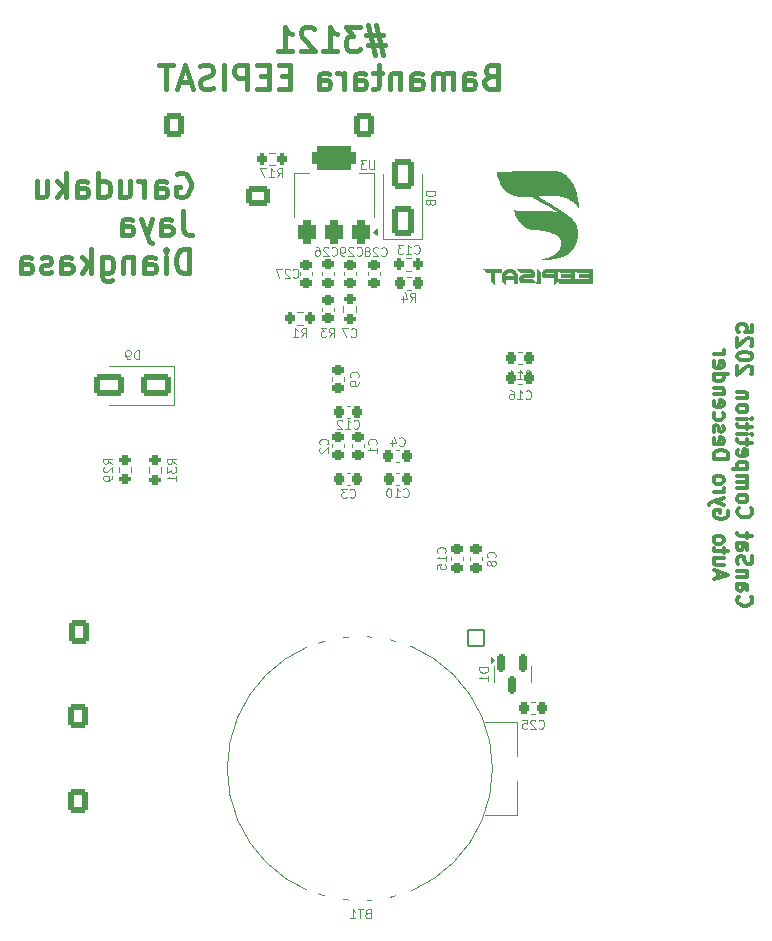
<source format=gbo>
G04 #@! TF.GenerationSoftware,KiCad,Pcbnew,8.0.5*
G04 #@! TF.CreationDate,2024-11-26T16:03:35+07:00*
G04 #@! TF.ProjectId,probe06-ivy,70726f62-6530-4362-9d69-76792e6b6963,1*
G04 #@! TF.SameCoordinates,Original*
G04 #@! TF.FileFunction,Legend,Bot*
G04 #@! TF.FilePolarity,Positive*
%FSLAX46Y46*%
G04 Gerber Fmt 4.6, Leading zero omitted, Abs format (unit mm)*
G04 Created by KiCad (PCBNEW 8.0.5) date 2024-11-26 16:03:35*
%MOMM*%
%LPD*%
G01*
G04 APERTURE LIST*
G04 Aperture macros list*
%AMRoundRect*
0 Rectangle with rounded corners*
0 $1 Rounding radius*
0 $2 $3 $4 $5 $6 $7 $8 $9 X,Y pos of 4 corners*
0 Add a 4 corners polygon primitive as box body*
4,1,4,$2,$3,$4,$5,$6,$7,$8,$9,$2,$3,0*
0 Add four circle primitives for the rounded corners*
1,1,$1+$1,$2,$3*
1,1,$1+$1,$4,$5*
1,1,$1+$1,$6,$7*
1,1,$1+$1,$8,$9*
0 Add four rect primitives between the rounded corners*
20,1,$1+$1,$2,$3,$4,$5,0*
20,1,$1+$1,$4,$5,$6,$7,0*
20,1,$1+$1,$6,$7,$8,$9,0*
20,1,$1+$1,$8,$9,$2,$3,0*%
G04 Aperture macros list end*
%ADD10C,0.400000*%
%ADD11C,0.312500*%
%ADD12C,0.100000*%
%ADD13C,0.120000*%
%ADD14C,0.000000*%
%ADD15RoundRect,0.250000X-0.600000X-0.725000X0.600000X-0.725000X0.600000X0.725000X-0.600000X0.725000X0*%
%ADD16O,1.700000X1.950000*%
%ADD17RoundRect,0.250000X0.600000X0.725000X-0.600000X0.725000X-0.600000X-0.725000X0.600000X-0.725000X0*%
%ADD18O,3.500000X2.200000*%
%ADD19R,2.500000X1.500000*%
%ADD20O,2.500000X1.500000*%
%ADD21R,1.700000X1.700000*%
%ADD22O,1.700000X1.700000*%
%ADD23RoundRect,0.102000X-0.700000X0.700000X-0.700000X-0.700000X0.700000X-0.700000X0.700000X0.700000X0*%
%ADD24C,1.604000*%
%ADD25C,1.000000*%
%ADD26C,0.900000*%
%ADD27RoundRect,0.250000X-0.725000X0.600000X-0.725000X-0.600000X0.725000X-0.600000X0.725000X0.600000X0*%
%ADD28O,1.950000X1.700000*%
%ADD29RoundRect,0.225000X-0.225000X-0.250000X0.225000X-0.250000X0.225000X0.250000X-0.225000X0.250000X0*%
%ADD30R,2.170000X2.170000*%
%ADD31C,2.500000*%
%ADD32RoundRect,0.225000X0.250000X-0.225000X0.250000X0.225000X-0.250000X0.225000X-0.250000X-0.225000X0*%
%ADD33RoundRect,0.200000X0.275000X-0.200000X0.275000X0.200000X-0.275000X0.200000X-0.275000X-0.200000X0*%
%ADD34RoundRect,0.150000X-0.150000X0.587500X-0.150000X-0.587500X0.150000X-0.587500X0.150000X0.587500X0*%
%ADD35RoundRect,0.225000X-0.250000X0.225000X-0.250000X-0.225000X0.250000X-0.225000X0.250000X0.225000X0*%
%ADD36RoundRect,0.250000X0.650000X-1.000000X0.650000X1.000000X-0.650000X1.000000X-0.650000X-1.000000X0*%
%ADD37RoundRect,0.200000X0.200000X0.275000X-0.200000X0.275000X-0.200000X-0.275000X0.200000X-0.275000X0*%
%ADD38RoundRect,0.200000X-0.275000X0.200000X-0.275000X-0.200000X0.275000X-0.200000X0.275000X0.200000X0*%
%ADD39RoundRect,0.250000X1.000000X0.650000X-1.000000X0.650000X-1.000000X-0.650000X1.000000X-0.650000X0*%
%ADD40RoundRect,0.200000X-0.200000X-0.275000X0.200000X-0.275000X0.200000X0.275000X-0.200000X0.275000X0*%
%ADD41RoundRect,0.375000X0.375000X-0.625000X0.375000X0.625000X-0.375000X0.625000X-0.375000X-0.625000X0*%
%ADD42RoundRect,0.500000X1.400000X-0.500000X1.400000X0.500000X-1.400000X0.500000X-1.400000X-0.500000X0*%
%ADD43RoundRect,0.225000X0.225000X0.250000X-0.225000X0.250000X-0.225000X-0.250000X0.225000X-0.250000X0*%
G04 APERTURE END LIST*
D10*
X133373033Y-78489788D02*
X133563509Y-78394550D01*
X133563509Y-78394550D02*
X133849223Y-78394550D01*
X133849223Y-78394550D02*
X134134938Y-78489788D01*
X134134938Y-78489788D02*
X134325414Y-78680264D01*
X134325414Y-78680264D02*
X134420652Y-78870740D01*
X134420652Y-78870740D02*
X134515890Y-79251692D01*
X134515890Y-79251692D02*
X134515890Y-79537407D01*
X134515890Y-79537407D02*
X134420652Y-79918359D01*
X134420652Y-79918359D02*
X134325414Y-80108835D01*
X134325414Y-80108835D02*
X134134938Y-80299312D01*
X134134938Y-80299312D02*
X133849223Y-80394550D01*
X133849223Y-80394550D02*
X133658747Y-80394550D01*
X133658747Y-80394550D02*
X133373033Y-80299312D01*
X133373033Y-80299312D02*
X133277795Y-80204073D01*
X133277795Y-80204073D02*
X133277795Y-79537407D01*
X133277795Y-79537407D02*
X133658747Y-79537407D01*
X131563509Y-80394550D02*
X131563509Y-79346931D01*
X131563509Y-79346931D02*
X131658747Y-79156454D01*
X131658747Y-79156454D02*
X131849223Y-79061216D01*
X131849223Y-79061216D02*
X132230176Y-79061216D01*
X132230176Y-79061216D02*
X132420652Y-79156454D01*
X131563509Y-80299312D02*
X131753985Y-80394550D01*
X131753985Y-80394550D02*
X132230176Y-80394550D01*
X132230176Y-80394550D02*
X132420652Y-80299312D01*
X132420652Y-80299312D02*
X132515890Y-80108835D01*
X132515890Y-80108835D02*
X132515890Y-79918359D01*
X132515890Y-79918359D02*
X132420652Y-79727883D01*
X132420652Y-79727883D02*
X132230176Y-79632645D01*
X132230176Y-79632645D02*
X131753985Y-79632645D01*
X131753985Y-79632645D02*
X131563509Y-79537407D01*
X130611128Y-80394550D02*
X130611128Y-79061216D01*
X130611128Y-79442169D02*
X130515890Y-79251692D01*
X130515890Y-79251692D02*
X130420652Y-79156454D01*
X130420652Y-79156454D02*
X130230176Y-79061216D01*
X130230176Y-79061216D02*
X130039699Y-79061216D01*
X128515890Y-79061216D02*
X128515890Y-80394550D01*
X129373033Y-79061216D02*
X129373033Y-80108835D01*
X129373033Y-80108835D02*
X129277795Y-80299312D01*
X129277795Y-80299312D02*
X129087319Y-80394550D01*
X129087319Y-80394550D02*
X128801604Y-80394550D01*
X128801604Y-80394550D02*
X128611128Y-80299312D01*
X128611128Y-80299312D02*
X128515890Y-80204073D01*
X126706366Y-80394550D02*
X126706366Y-78394550D01*
X126706366Y-80299312D02*
X126896842Y-80394550D01*
X126896842Y-80394550D02*
X127277795Y-80394550D01*
X127277795Y-80394550D02*
X127468271Y-80299312D01*
X127468271Y-80299312D02*
X127563509Y-80204073D01*
X127563509Y-80204073D02*
X127658747Y-80013597D01*
X127658747Y-80013597D02*
X127658747Y-79442169D01*
X127658747Y-79442169D02*
X127563509Y-79251692D01*
X127563509Y-79251692D02*
X127468271Y-79156454D01*
X127468271Y-79156454D02*
X127277795Y-79061216D01*
X127277795Y-79061216D02*
X126896842Y-79061216D01*
X126896842Y-79061216D02*
X126706366Y-79156454D01*
X124896842Y-80394550D02*
X124896842Y-79346931D01*
X124896842Y-79346931D02*
X124992080Y-79156454D01*
X124992080Y-79156454D02*
X125182556Y-79061216D01*
X125182556Y-79061216D02*
X125563509Y-79061216D01*
X125563509Y-79061216D02*
X125753985Y-79156454D01*
X124896842Y-80299312D02*
X125087318Y-80394550D01*
X125087318Y-80394550D02*
X125563509Y-80394550D01*
X125563509Y-80394550D02*
X125753985Y-80299312D01*
X125753985Y-80299312D02*
X125849223Y-80108835D01*
X125849223Y-80108835D02*
X125849223Y-79918359D01*
X125849223Y-79918359D02*
X125753985Y-79727883D01*
X125753985Y-79727883D02*
X125563509Y-79632645D01*
X125563509Y-79632645D02*
X125087318Y-79632645D01*
X125087318Y-79632645D02*
X124896842Y-79537407D01*
X123944461Y-80394550D02*
X123944461Y-78394550D01*
X123753985Y-79632645D02*
X123182556Y-80394550D01*
X123182556Y-79061216D02*
X123944461Y-79823121D01*
X121468270Y-79061216D02*
X121468270Y-80394550D01*
X122325413Y-79061216D02*
X122325413Y-80108835D01*
X122325413Y-80108835D02*
X122230175Y-80299312D01*
X122230175Y-80299312D02*
X122039699Y-80394550D01*
X122039699Y-80394550D02*
X121753984Y-80394550D01*
X121753984Y-80394550D02*
X121563508Y-80299312D01*
X121563508Y-80299312D02*
X121468270Y-80204073D01*
X133849223Y-81614438D02*
X133849223Y-83043009D01*
X133849223Y-83043009D02*
X133944462Y-83328723D01*
X133944462Y-83328723D02*
X134134938Y-83519200D01*
X134134938Y-83519200D02*
X134420652Y-83614438D01*
X134420652Y-83614438D02*
X134611128Y-83614438D01*
X132039699Y-83614438D02*
X132039699Y-82566819D01*
X132039699Y-82566819D02*
X132134937Y-82376342D01*
X132134937Y-82376342D02*
X132325413Y-82281104D01*
X132325413Y-82281104D02*
X132706366Y-82281104D01*
X132706366Y-82281104D02*
X132896842Y-82376342D01*
X132039699Y-83519200D02*
X132230175Y-83614438D01*
X132230175Y-83614438D02*
X132706366Y-83614438D01*
X132706366Y-83614438D02*
X132896842Y-83519200D01*
X132896842Y-83519200D02*
X132992080Y-83328723D01*
X132992080Y-83328723D02*
X132992080Y-83138247D01*
X132992080Y-83138247D02*
X132896842Y-82947771D01*
X132896842Y-82947771D02*
X132706366Y-82852533D01*
X132706366Y-82852533D02*
X132230175Y-82852533D01*
X132230175Y-82852533D02*
X132039699Y-82757295D01*
X131277794Y-82281104D02*
X130801604Y-83614438D01*
X130325413Y-82281104D02*
X130801604Y-83614438D01*
X130801604Y-83614438D02*
X130992080Y-84090628D01*
X130992080Y-84090628D02*
X131087318Y-84185866D01*
X131087318Y-84185866D02*
X131277794Y-84281104D01*
X128706365Y-83614438D02*
X128706365Y-82566819D01*
X128706365Y-82566819D02*
X128801603Y-82376342D01*
X128801603Y-82376342D02*
X128992079Y-82281104D01*
X128992079Y-82281104D02*
X129373032Y-82281104D01*
X129373032Y-82281104D02*
X129563508Y-82376342D01*
X128706365Y-83519200D02*
X128896841Y-83614438D01*
X128896841Y-83614438D02*
X129373032Y-83614438D01*
X129373032Y-83614438D02*
X129563508Y-83519200D01*
X129563508Y-83519200D02*
X129658746Y-83328723D01*
X129658746Y-83328723D02*
X129658746Y-83138247D01*
X129658746Y-83138247D02*
X129563508Y-82947771D01*
X129563508Y-82947771D02*
X129373032Y-82852533D01*
X129373032Y-82852533D02*
X128896841Y-82852533D01*
X128896841Y-82852533D02*
X128706365Y-82757295D01*
X134420652Y-86834326D02*
X134420652Y-84834326D01*
X134420652Y-84834326D02*
X133944462Y-84834326D01*
X133944462Y-84834326D02*
X133658747Y-84929564D01*
X133658747Y-84929564D02*
X133468271Y-85120040D01*
X133468271Y-85120040D02*
X133373033Y-85310516D01*
X133373033Y-85310516D02*
X133277795Y-85691468D01*
X133277795Y-85691468D02*
X133277795Y-85977183D01*
X133277795Y-85977183D02*
X133373033Y-86358135D01*
X133373033Y-86358135D02*
X133468271Y-86548611D01*
X133468271Y-86548611D02*
X133658747Y-86739088D01*
X133658747Y-86739088D02*
X133944462Y-86834326D01*
X133944462Y-86834326D02*
X134420652Y-86834326D01*
X132420652Y-86834326D02*
X132420652Y-85500992D01*
X132420652Y-84834326D02*
X132515890Y-84929564D01*
X132515890Y-84929564D02*
X132420652Y-85024802D01*
X132420652Y-85024802D02*
X132325414Y-84929564D01*
X132325414Y-84929564D02*
X132420652Y-84834326D01*
X132420652Y-84834326D02*
X132420652Y-85024802D01*
X130611128Y-86834326D02*
X130611128Y-85786707D01*
X130611128Y-85786707D02*
X130706366Y-85596230D01*
X130706366Y-85596230D02*
X130896842Y-85500992D01*
X130896842Y-85500992D02*
X131277795Y-85500992D01*
X131277795Y-85500992D02*
X131468271Y-85596230D01*
X130611128Y-86739088D02*
X130801604Y-86834326D01*
X130801604Y-86834326D02*
X131277795Y-86834326D01*
X131277795Y-86834326D02*
X131468271Y-86739088D01*
X131468271Y-86739088D02*
X131563509Y-86548611D01*
X131563509Y-86548611D02*
X131563509Y-86358135D01*
X131563509Y-86358135D02*
X131468271Y-86167659D01*
X131468271Y-86167659D02*
X131277795Y-86072421D01*
X131277795Y-86072421D02*
X130801604Y-86072421D01*
X130801604Y-86072421D02*
X130611128Y-85977183D01*
X129658747Y-85500992D02*
X129658747Y-86834326D01*
X129658747Y-85691468D02*
X129563509Y-85596230D01*
X129563509Y-85596230D02*
X129373033Y-85500992D01*
X129373033Y-85500992D02*
X129087318Y-85500992D01*
X129087318Y-85500992D02*
X128896842Y-85596230D01*
X128896842Y-85596230D02*
X128801604Y-85786707D01*
X128801604Y-85786707D02*
X128801604Y-86834326D01*
X126992080Y-85500992D02*
X126992080Y-87120040D01*
X126992080Y-87120040D02*
X127087318Y-87310516D01*
X127087318Y-87310516D02*
X127182556Y-87405754D01*
X127182556Y-87405754D02*
X127373033Y-87500992D01*
X127373033Y-87500992D02*
X127658747Y-87500992D01*
X127658747Y-87500992D02*
X127849223Y-87405754D01*
X126992080Y-86739088D02*
X127182556Y-86834326D01*
X127182556Y-86834326D02*
X127563509Y-86834326D01*
X127563509Y-86834326D02*
X127753985Y-86739088D01*
X127753985Y-86739088D02*
X127849223Y-86643849D01*
X127849223Y-86643849D02*
X127944461Y-86453373D01*
X127944461Y-86453373D02*
X127944461Y-85881945D01*
X127944461Y-85881945D02*
X127849223Y-85691468D01*
X127849223Y-85691468D02*
X127753985Y-85596230D01*
X127753985Y-85596230D02*
X127563509Y-85500992D01*
X127563509Y-85500992D02*
X127182556Y-85500992D01*
X127182556Y-85500992D02*
X126992080Y-85596230D01*
X126039699Y-86834326D02*
X126039699Y-84834326D01*
X125849223Y-86072421D02*
X125277794Y-86834326D01*
X125277794Y-85500992D02*
X126039699Y-86262897D01*
X123563508Y-86834326D02*
X123563508Y-85786707D01*
X123563508Y-85786707D02*
X123658746Y-85596230D01*
X123658746Y-85596230D02*
X123849222Y-85500992D01*
X123849222Y-85500992D02*
X124230175Y-85500992D01*
X124230175Y-85500992D02*
X124420651Y-85596230D01*
X123563508Y-86739088D02*
X123753984Y-86834326D01*
X123753984Y-86834326D02*
X124230175Y-86834326D01*
X124230175Y-86834326D02*
X124420651Y-86739088D01*
X124420651Y-86739088D02*
X124515889Y-86548611D01*
X124515889Y-86548611D02*
X124515889Y-86358135D01*
X124515889Y-86358135D02*
X124420651Y-86167659D01*
X124420651Y-86167659D02*
X124230175Y-86072421D01*
X124230175Y-86072421D02*
X123753984Y-86072421D01*
X123753984Y-86072421D02*
X123563508Y-85977183D01*
X122706365Y-86739088D02*
X122515889Y-86834326D01*
X122515889Y-86834326D02*
X122134937Y-86834326D01*
X122134937Y-86834326D02*
X121944460Y-86739088D01*
X121944460Y-86739088D02*
X121849222Y-86548611D01*
X121849222Y-86548611D02*
X121849222Y-86453373D01*
X121849222Y-86453373D02*
X121944460Y-86262897D01*
X121944460Y-86262897D02*
X122134937Y-86167659D01*
X122134937Y-86167659D02*
X122420651Y-86167659D01*
X122420651Y-86167659D02*
X122611127Y-86072421D01*
X122611127Y-86072421D02*
X122706365Y-85881945D01*
X122706365Y-85881945D02*
X122706365Y-85786707D01*
X122706365Y-85786707D02*
X122611127Y-85596230D01*
X122611127Y-85596230D02*
X122420651Y-85500992D01*
X122420651Y-85500992D02*
X122134937Y-85500992D01*
X122134937Y-85500992D02*
X121944460Y-85596230D01*
X120134936Y-86834326D02*
X120134936Y-85786707D01*
X120134936Y-85786707D02*
X120230174Y-85596230D01*
X120230174Y-85596230D02*
X120420650Y-85500992D01*
X120420650Y-85500992D02*
X120801603Y-85500992D01*
X120801603Y-85500992D02*
X120992079Y-85596230D01*
X120134936Y-86739088D02*
X120325412Y-86834326D01*
X120325412Y-86834326D02*
X120801603Y-86834326D01*
X120801603Y-86834326D02*
X120992079Y-86739088D01*
X120992079Y-86739088D02*
X121087317Y-86548611D01*
X121087317Y-86548611D02*
X121087317Y-86358135D01*
X121087317Y-86358135D02*
X120992079Y-86167659D01*
X120992079Y-86167659D02*
X120801603Y-86072421D01*
X120801603Y-86072421D02*
X120325412Y-86072421D01*
X120325412Y-86072421D02*
X120134936Y-85977183D01*
X150778571Y-66691160D02*
X149350000Y-66691160D01*
X150207143Y-65834017D02*
X150778571Y-68405446D01*
X149540476Y-67548303D02*
X150969047Y-67548303D01*
X150111904Y-68405446D02*
X149540476Y-65834017D01*
X148873809Y-66024494D02*
X147635714Y-66024494D01*
X147635714Y-66024494D02*
X148302381Y-66786398D01*
X148302381Y-66786398D02*
X148016666Y-66786398D01*
X148016666Y-66786398D02*
X147826190Y-66881636D01*
X147826190Y-66881636D02*
X147730952Y-66976875D01*
X147730952Y-66976875D02*
X147635714Y-67167351D01*
X147635714Y-67167351D02*
X147635714Y-67643541D01*
X147635714Y-67643541D02*
X147730952Y-67834017D01*
X147730952Y-67834017D02*
X147826190Y-67929256D01*
X147826190Y-67929256D02*
X148016666Y-68024494D01*
X148016666Y-68024494D02*
X148588095Y-68024494D01*
X148588095Y-68024494D02*
X148778571Y-67929256D01*
X148778571Y-67929256D02*
X148873809Y-67834017D01*
X145730952Y-68024494D02*
X146873809Y-68024494D01*
X146302381Y-68024494D02*
X146302381Y-66024494D01*
X146302381Y-66024494D02*
X146492857Y-66310208D01*
X146492857Y-66310208D02*
X146683333Y-66500684D01*
X146683333Y-66500684D02*
X146873809Y-66595922D01*
X144969047Y-66214970D02*
X144873809Y-66119732D01*
X144873809Y-66119732D02*
X144683333Y-66024494D01*
X144683333Y-66024494D02*
X144207142Y-66024494D01*
X144207142Y-66024494D02*
X144016666Y-66119732D01*
X144016666Y-66119732D02*
X143921428Y-66214970D01*
X143921428Y-66214970D02*
X143826190Y-66405446D01*
X143826190Y-66405446D02*
X143826190Y-66595922D01*
X143826190Y-66595922D02*
X143921428Y-66881636D01*
X143921428Y-66881636D02*
X145064285Y-68024494D01*
X145064285Y-68024494D02*
X143826190Y-68024494D01*
X141921428Y-68024494D02*
X143064285Y-68024494D01*
X142492857Y-68024494D02*
X142492857Y-66024494D01*
X142492857Y-66024494D02*
X142683333Y-66310208D01*
X142683333Y-66310208D02*
X142873809Y-66500684D01*
X142873809Y-66500684D02*
X143064285Y-66595922D01*
X159873810Y-70196763D02*
X159588096Y-70292001D01*
X159588096Y-70292001D02*
X159492858Y-70387239D01*
X159492858Y-70387239D02*
X159397620Y-70577715D01*
X159397620Y-70577715D02*
X159397620Y-70863429D01*
X159397620Y-70863429D02*
X159492858Y-71053905D01*
X159492858Y-71053905D02*
X159588096Y-71149144D01*
X159588096Y-71149144D02*
X159778572Y-71244382D01*
X159778572Y-71244382D02*
X160540477Y-71244382D01*
X160540477Y-71244382D02*
X160540477Y-69244382D01*
X160540477Y-69244382D02*
X159873810Y-69244382D01*
X159873810Y-69244382D02*
X159683334Y-69339620D01*
X159683334Y-69339620D02*
X159588096Y-69434858D01*
X159588096Y-69434858D02*
X159492858Y-69625334D01*
X159492858Y-69625334D02*
X159492858Y-69815810D01*
X159492858Y-69815810D02*
X159588096Y-70006286D01*
X159588096Y-70006286D02*
X159683334Y-70101524D01*
X159683334Y-70101524D02*
X159873810Y-70196763D01*
X159873810Y-70196763D02*
X160540477Y-70196763D01*
X157683334Y-71244382D02*
X157683334Y-70196763D01*
X157683334Y-70196763D02*
X157778572Y-70006286D01*
X157778572Y-70006286D02*
X157969048Y-69911048D01*
X157969048Y-69911048D02*
X158350001Y-69911048D01*
X158350001Y-69911048D02*
X158540477Y-70006286D01*
X157683334Y-71149144D02*
X157873810Y-71244382D01*
X157873810Y-71244382D02*
X158350001Y-71244382D01*
X158350001Y-71244382D02*
X158540477Y-71149144D01*
X158540477Y-71149144D02*
X158635715Y-70958667D01*
X158635715Y-70958667D02*
X158635715Y-70768191D01*
X158635715Y-70768191D02*
X158540477Y-70577715D01*
X158540477Y-70577715D02*
X158350001Y-70482477D01*
X158350001Y-70482477D02*
X157873810Y-70482477D01*
X157873810Y-70482477D02*
X157683334Y-70387239D01*
X156730953Y-71244382D02*
X156730953Y-69911048D01*
X156730953Y-70101524D02*
X156635715Y-70006286D01*
X156635715Y-70006286D02*
X156445239Y-69911048D01*
X156445239Y-69911048D02*
X156159524Y-69911048D01*
X156159524Y-69911048D02*
X155969048Y-70006286D01*
X155969048Y-70006286D02*
X155873810Y-70196763D01*
X155873810Y-70196763D02*
X155873810Y-71244382D01*
X155873810Y-70196763D02*
X155778572Y-70006286D01*
X155778572Y-70006286D02*
X155588096Y-69911048D01*
X155588096Y-69911048D02*
X155302382Y-69911048D01*
X155302382Y-69911048D02*
X155111905Y-70006286D01*
X155111905Y-70006286D02*
X155016667Y-70196763D01*
X155016667Y-70196763D02*
X155016667Y-71244382D01*
X153207143Y-71244382D02*
X153207143Y-70196763D01*
X153207143Y-70196763D02*
X153302381Y-70006286D01*
X153302381Y-70006286D02*
X153492857Y-69911048D01*
X153492857Y-69911048D02*
X153873810Y-69911048D01*
X153873810Y-69911048D02*
X154064286Y-70006286D01*
X153207143Y-71149144D02*
X153397619Y-71244382D01*
X153397619Y-71244382D02*
X153873810Y-71244382D01*
X153873810Y-71244382D02*
X154064286Y-71149144D01*
X154064286Y-71149144D02*
X154159524Y-70958667D01*
X154159524Y-70958667D02*
X154159524Y-70768191D01*
X154159524Y-70768191D02*
X154064286Y-70577715D01*
X154064286Y-70577715D02*
X153873810Y-70482477D01*
X153873810Y-70482477D02*
X153397619Y-70482477D01*
X153397619Y-70482477D02*
X153207143Y-70387239D01*
X152254762Y-69911048D02*
X152254762Y-71244382D01*
X152254762Y-70101524D02*
X152159524Y-70006286D01*
X152159524Y-70006286D02*
X151969048Y-69911048D01*
X151969048Y-69911048D02*
X151683333Y-69911048D01*
X151683333Y-69911048D02*
X151492857Y-70006286D01*
X151492857Y-70006286D02*
X151397619Y-70196763D01*
X151397619Y-70196763D02*
X151397619Y-71244382D01*
X150730952Y-69911048D02*
X149969048Y-69911048D01*
X150445238Y-69244382D02*
X150445238Y-70958667D01*
X150445238Y-70958667D02*
X150350000Y-71149144D01*
X150350000Y-71149144D02*
X150159524Y-71244382D01*
X150159524Y-71244382D02*
X149969048Y-71244382D01*
X148445238Y-71244382D02*
X148445238Y-70196763D01*
X148445238Y-70196763D02*
X148540476Y-70006286D01*
X148540476Y-70006286D02*
X148730952Y-69911048D01*
X148730952Y-69911048D02*
X149111905Y-69911048D01*
X149111905Y-69911048D02*
X149302381Y-70006286D01*
X148445238Y-71149144D02*
X148635714Y-71244382D01*
X148635714Y-71244382D02*
X149111905Y-71244382D01*
X149111905Y-71244382D02*
X149302381Y-71149144D01*
X149302381Y-71149144D02*
X149397619Y-70958667D01*
X149397619Y-70958667D02*
X149397619Y-70768191D01*
X149397619Y-70768191D02*
X149302381Y-70577715D01*
X149302381Y-70577715D02*
X149111905Y-70482477D01*
X149111905Y-70482477D02*
X148635714Y-70482477D01*
X148635714Y-70482477D02*
X148445238Y-70387239D01*
X147492857Y-71244382D02*
X147492857Y-69911048D01*
X147492857Y-70292001D02*
X147397619Y-70101524D01*
X147397619Y-70101524D02*
X147302381Y-70006286D01*
X147302381Y-70006286D02*
X147111905Y-69911048D01*
X147111905Y-69911048D02*
X146921428Y-69911048D01*
X145397619Y-71244382D02*
X145397619Y-70196763D01*
X145397619Y-70196763D02*
X145492857Y-70006286D01*
X145492857Y-70006286D02*
X145683333Y-69911048D01*
X145683333Y-69911048D02*
X146064286Y-69911048D01*
X146064286Y-69911048D02*
X146254762Y-70006286D01*
X145397619Y-71149144D02*
X145588095Y-71244382D01*
X145588095Y-71244382D02*
X146064286Y-71244382D01*
X146064286Y-71244382D02*
X146254762Y-71149144D01*
X146254762Y-71149144D02*
X146350000Y-70958667D01*
X146350000Y-70958667D02*
X146350000Y-70768191D01*
X146350000Y-70768191D02*
X146254762Y-70577715D01*
X146254762Y-70577715D02*
X146064286Y-70482477D01*
X146064286Y-70482477D02*
X145588095Y-70482477D01*
X145588095Y-70482477D02*
X145397619Y-70387239D01*
X142921428Y-70196763D02*
X142254761Y-70196763D01*
X141969047Y-71244382D02*
X142921428Y-71244382D01*
X142921428Y-71244382D02*
X142921428Y-69244382D01*
X142921428Y-69244382D02*
X141969047Y-69244382D01*
X141111904Y-70196763D02*
X140445237Y-70196763D01*
X140159523Y-71244382D02*
X141111904Y-71244382D01*
X141111904Y-71244382D02*
X141111904Y-69244382D01*
X141111904Y-69244382D02*
X140159523Y-69244382D01*
X139302380Y-71244382D02*
X139302380Y-69244382D01*
X139302380Y-69244382D02*
X138540475Y-69244382D01*
X138540475Y-69244382D02*
X138349999Y-69339620D01*
X138349999Y-69339620D02*
X138254761Y-69434858D01*
X138254761Y-69434858D02*
X138159523Y-69625334D01*
X138159523Y-69625334D02*
X138159523Y-69911048D01*
X138159523Y-69911048D02*
X138254761Y-70101524D01*
X138254761Y-70101524D02*
X138349999Y-70196763D01*
X138349999Y-70196763D02*
X138540475Y-70292001D01*
X138540475Y-70292001D02*
X139302380Y-70292001D01*
X137302380Y-71244382D02*
X137302380Y-69244382D01*
X136445237Y-71149144D02*
X136159523Y-71244382D01*
X136159523Y-71244382D02*
X135683332Y-71244382D01*
X135683332Y-71244382D02*
X135492856Y-71149144D01*
X135492856Y-71149144D02*
X135397618Y-71053905D01*
X135397618Y-71053905D02*
X135302380Y-70863429D01*
X135302380Y-70863429D02*
X135302380Y-70672953D01*
X135302380Y-70672953D02*
X135397618Y-70482477D01*
X135397618Y-70482477D02*
X135492856Y-70387239D01*
X135492856Y-70387239D02*
X135683332Y-70292001D01*
X135683332Y-70292001D02*
X136064285Y-70196763D01*
X136064285Y-70196763D02*
X136254761Y-70101524D01*
X136254761Y-70101524D02*
X136349999Y-70006286D01*
X136349999Y-70006286D02*
X136445237Y-69815810D01*
X136445237Y-69815810D02*
X136445237Y-69625334D01*
X136445237Y-69625334D02*
X136349999Y-69434858D01*
X136349999Y-69434858D02*
X136254761Y-69339620D01*
X136254761Y-69339620D02*
X136064285Y-69244382D01*
X136064285Y-69244382D02*
X135588094Y-69244382D01*
X135588094Y-69244382D02*
X135302380Y-69339620D01*
X134540475Y-70672953D02*
X133588094Y-70672953D01*
X134730951Y-71244382D02*
X134064285Y-69244382D01*
X134064285Y-69244382D02*
X133397618Y-71244382D01*
X133016665Y-69244382D02*
X131873808Y-69244382D01*
X132445237Y-71244382D02*
X132445237Y-69244382D01*
D11*
X180933238Y-114240713D02*
X180873715Y-114300237D01*
X180873715Y-114300237D02*
X180814191Y-114478808D01*
X180814191Y-114478808D02*
X180814191Y-114597856D01*
X180814191Y-114597856D02*
X180873715Y-114776427D01*
X180873715Y-114776427D02*
X180992762Y-114895475D01*
X180992762Y-114895475D02*
X181111810Y-114954998D01*
X181111810Y-114954998D02*
X181349905Y-115014522D01*
X181349905Y-115014522D02*
X181528476Y-115014522D01*
X181528476Y-115014522D02*
X181766572Y-114954998D01*
X181766572Y-114954998D02*
X181885619Y-114895475D01*
X181885619Y-114895475D02*
X182004667Y-114776427D01*
X182004667Y-114776427D02*
X182064191Y-114597856D01*
X182064191Y-114597856D02*
X182064191Y-114478808D01*
X182064191Y-114478808D02*
X182004667Y-114300237D01*
X182004667Y-114300237D02*
X181945143Y-114240713D01*
X180814191Y-113169284D02*
X181468953Y-113169284D01*
X181468953Y-113169284D02*
X181588000Y-113228808D01*
X181588000Y-113228808D02*
X181647524Y-113347856D01*
X181647524Y-113347856D02*
X181647524Y-113585951D01*
X181647524Y-113585951D02*
X181588000Y-113704998D01*
X180873715Y-113169284D02*
X180814191Y-113288332D01*
X180814191Y-113288332D02*
X180814191Y-113585951D01*
X180814191Y-113585951D02*
X180873715Y-113704998D01*
X180873715Y-113704998D02*
X180992762Y-113764522D01*
X180992762Y-113764522D02*
X181111810Y-113764522D01*
X181111810Y-113764522D02*
X181230857Y-113704998D01*
X181230857Y-113704998D02*
X181290381Y-113585951D01*
X181290381Y-113585951D02*
X181290381Y-113288332D01*
X181290381Y-113288332D02*
X181349905Y-113169284D01*
X181647524Y-112574046D02*
X180814191Y-112574046D01*
X181528476Y-112574046D02*
X181588000Y-112514523D01*
X181588000Y-112514523D02*
X181647524Y-112395475D01*
X181647524Y-112395475D02*
X181647524Y-112216904D01*
X181647524Y-112216904D02*
X181588000Y-112097856D01*
X181588000Y-112097856D02*
X181468953Y-112038332D01*
X181468953Y-112038332D02*
X180814191Y-112038332D01*
X180873715Y-111502618D02*
X180814191Y-111324047D01*
X180814191Y-111324047D02*
X180814191Y-111026428D01*
X180814191Y-111026428D02*
X180873715Y-110907380D01*
X180873715Y-110907380D02*
X180933238Y-110847856D01*
X180933238Y-110847856D02*
X181052286Y-110788333D01*
X181052286Y-110788333D02*
X181171334Y-110788333D01*
X181171334Y-110788333D02*
X181290381Y-110847856D01*
X181290381Y-110847856D02*
X181349905Y-110907380D01*
X181349905Y-110907380D02*
X181409429Y-111026428D01*
X181409429Y-111026428D02*
X181468953Y-111264523D01*
X181468953Y-111264523D02*
X181528476Y-111383571D01*
X181528476Y-111383571D02*
X181588000Y-111443094D01*
X181588000Y-111443094D02*
X181707048Y-111502618D01*
X181707048Y-111502618D02*
X181826095Y-111502618D01*
X181826095Y-111502618D02*
X181945143Y-111443094D01*
X181945143Y-111443094D02*
X182004667Y-111383571D01*
X182004667Y-111383571D02*
X182064191Y-111264523D01*
X182064191Y-111264523D02*
X182064191Y-110966904D01*
X182064191Y-110966904D02*
X182004667Y-110788333D01*
X180814191Y-109716904D02*
X181468953Y-109716904D01*
X181468953Y-109716904D02*
X181588000Y-109776428D01*
X181588000Y-109776428D02*
X181647524Y-109895476D01*
X181647524Y-109895476D02*
X181647524Y-110133571D01*
X181647524Y-110133571D02*
X181588000Y-110252618D01*
X180873715Y-109716904D02*
X180814191Y-109835952D01*
X180814191Y-109835952D02*
X180814191Y-110133571D01*
X180814191Y-110133571D02*
X180873715Y-110252618D01*
X180873715Y-110252618D02*
X180992762Y-110312142D01*
X180992762Y-110312142D02*
X181111810Y-110312142D01*
X181111810Y-110312142D02*
X181230857Y-110252618D01*
X181230857Y-110252618D02*
X181290381Y-110133571D01*
X181290381Y-110133571D02*
X181290381Y-109835952D01*
X181290381Y-109835952D02*
X181349905Y-109716904D01*
X181647524Y-109300238D02*
X181647524Y-108824047D01*
X182064191Y-109121666D02*
X180992762Y-109121666D01*
X180992762Y-109121666D02*
X180873715Y-109062143D01*
X180873715Y-109062143D02*
X180814191Y-108943095D01*
X180814191Y-108943095D02*
X180814191Y-108824047D01*
X180933238Y-106740714D02*
X180873715Y-106800238D01*
X180873715Y-106800238D02*
X180814191Y-106978809D01*
X180814191Y-106978809D02*
X180814191Y-107097857D01*
X180814191Y-107097857D02*
X180873715Y-107276428D01*
X180873715Y-107276428D02*
X180992762Y-107395476D01*
X180992762Y-107395476D02*
X181111810Y-107454999D01*
X181111810Y-107454999D02*
X181349905Y-107514523D01*
X181349905Y-107514523D02*
X181528476Y-107514523D01*
X181528476Y-107514523D02*
X181766572Y-107454999D01*
X181766572Y-107454999D02*
X181885619Y-107395476D01*
X181885619Y-107395476D02*
X182004667Y-107276428D01*
X182004667Y-107276428D02*
X182064191Y-107097857D01*
X182064191Y-107097857D02*
X182064191Y-106978809D01*
X182064191Y-106978809D02*
X182004667Y-106800238D01*
X182004667Y-106800238D02*
X181945143Y-106740714D01*
X180814191Y-106026428D02*
X180873715Y-106145476D01*
X180873715Y-106145476D02*
X180933238Y-106204999D01*
X180933238Y-106204999D02*
X181052286Y-106264523D01*
X181052286Y-106264523D02*
X181409429Y-106264523D01*
X181409429Y-106264523D02*
X181528476Y-106204999D01*
X181528476Y-106204999D02*
X181588000Y-106145476D01*
X181588000Y-106145476D02*
X181647524Y-106026428D01*
X181647524Y-106026428D02*
X181647524Y-105847857D01*
X181647524Y-105847857D02*
X181588000Y-105728809D01*
X181588000Y-105728809D02*
X181528476Y-105669285D01*
X181528476Y-105669285D02*
X181409429Y-105609761D01*
X181409429Y-105609761D02*
X181052286Y-105609761D01*
X181052286Y-105609761D02*
X180933238Y-105669285D01*
X180933238Y-105669285D02*
X180873715Y-105728809D01*
X180873715Y-105728809D02*
X180814191Y-105847857D01*
X180814191Y-105847857D02*
X180814191Y-106026428D01*
X180814191Y-105074047D02*
X181647524Y-105074047D01*
X181528476Y-105074047D02*
X181588000Y-105014524D01*
X181588000Y-105014524D02*
X181647524Y-104895476D01*
X181647524Y-104895476D02*
X181647524Y-104716905D01*
X181647524Y-104716905D02*
X181588000Y-104597857D01*
X181588000Y-104597857D02*
X181468953Y-104538333D01*
X181468953Y-104538333D02*
X180814191Y-104538333D01*
X181468953Y-104538333D02*
X181588000Y-104478809D01*
X181588000Y-104478809D02*
X181647524Y-104359762D01*
X181647524Y-104359762D02*
X181647524Y-104181190D01*
X181647524Y-104181190D02*
X181588000Y-104062143D01*
X181588000Y-104062143D02*
X181468953Y-104002619D01*
X181468953Y-104002619D02*
X180814191Y-104002619D01*
X181647524Y-103407380D02*
X180397524Y-103407380D01*
X181588000Y-103407380D02*
X181647524Y-103288333D01*
X181647524Y-103288333D02*
X181647524Y-103050238D01*
X181647524Y-103050238D02*
X181588000Y-102931190D01*
X181588000Y-102931190D02*
X181528476Y-102871666D01*
X181528476Y-102871666D02*
X181409429Y-102812142D01*
X181409429Y-102812142D02*
X181052286Y-102812142D01*
X181052286Y-102812142D02*
X180933238Y-102871666D01*
X180933238Y-102871666D02*
X180873715Y-102931190D01*
X180873715Y-102931190D02*
X180814191Y-103050238D01*
X180814191Y-103050238D02*
X180814191Y-103288333D01*
X180814191Y-103288333D02*
X180873715Y-103407380D01*
X180873715Y-101800238D02*
X180814191Y-101919286D01*
X180814191Y-101919286D02*
X180814191Y-102157381D01*
X180814191Y-102157381D02*
X180873715Y-102276428D01*
X180873715Y-102276428D02*
X180992762Y-102335952D01*
X180992762Y-102335952D02*
X181468953Y-102335952D01*
X181468953Y-102335952D02*
X181588000Y-102276428D01*
X181588000Y-102276428D02*
X181647524Y-102157381D01*
X181647524Y-102157381D02*
X181647524Y-101919286D01*
X181647524Y-101919286D02*
X181588000Y-101800238D01*
X181588000Y-101800238D02*
X181468953Y-101740714D01*
X181468953Y-101740714D02*
X181349905Y-101740714D01*
X181349905Y-101740714D02*
X181230857Y-102335952D01*
X181647524Y-101383571D02*
X181647524Y-100907380D01*
X182064191Y-101204999D02*
X180992762Y-101204999D01*
X180992762Y-101204999D02*
X180873715Y-101145476D01*
X180873715Y-101145476D02*
X180814191Y-101026428D01*
X180814191Y-101026428D02*
X180814191Y-100907380D01*
X180814191Y-100490713D02*
X181647524Y-100490713D01*
X182064191Y-100490713D02*
X182004667Y-100550237D01*
X182004667Y-100550237D02*
X181945143Y-100490713D01*
X181945143Y-100490713D02*
X182004667Y-100431190D01*
X182004667Y-100431190D02*
X182064191Y-100490713D01*
X182064191Y-100490713D02*
X181945143Y-100490713D01*
X181647524Y-100074047D02*
X181647524Y-99597856D01*
X182064191Y-99895475D02*
X180992762Y-99895475D01*
X180992762Y-99895475D02*
X180873715Y-99835952D01*
X180873715Y-99835952D02*
X180814191Y-99716904D01*
X180814191Y-99716904D02*
X180814191Y-99597856D01*
X180814191Y-99181189D02*
X181647524Y-99181189D01*
X182064191Y-99181189D02*
X182004667Y-99240713D01*
X182004667Y-99240713D02*
X181945143Y-99181189D01*
X181945143Y-99181189D02*
X182004667Y-99121666D01*
X182004667Y-99121666D02*
X182064191Y-99181189D01*
X182064191Y-99181189D02*
X181945143Y-99181189D01*
X180814191Y-98407380D02*
X180873715Y-98526428D01*
X180873715Y-98526428D02*
X180933238Y-98585951D01*
X180933238Y-98585951D02*
X181052286Y-98645475D01*
X181052286Y-98645475D02*
X181409429Y-98645475D01*
X181409429Y-98645475D02*
X181528476Y-98585951D01*
X181528476Y-98585951D02*
X181588000Y-98526428D01*
X181588000Y-98526428D02*
X181647524Y-98407380D01*
X181647524Y-98407380D02*
X181647524Y-98228809D01*
X181647524Y-98228809D02*
X181588000Y-98109761D01*
X181588000Y-98109761D02*
X181528476Y-98050237D01*
X181528476Y-98050237D02*
X181409429Y-97990713D01*
X181409429Y-97990713D02*
X181052286Y-97990713D01*
X181052286Y-97990713D02*
X180933238Y-98050237D01*
X180933238Y-98050237D02*
X180873715Y-98109761D01*
X180873715Y-98109761D02*
X180814191Y-98228809D01*
X180814191Y-98228809D02*
X180814191Y-98407380D01*
X181647524Y-97454999D02*
X180814191Y-97454999D01*
X181528476Y-97454999D02*
X181588000Y-97395476D01*
X181588000Y-97395476D02*
X181647524Y-97276428D01*
X181647524Y-97276428D02*
X181647524Y-97097857D01*
X181647524Y-97097857D02*
X181588000Y-96978809D01*
X181588000Y-96978809D02*
X181468953Y-96919285D01*
X181468953Y-96919285D02*
X180814191Y-96919285D01*
X181945143Y-95431190D02*
X182004667Y-95371666D01*
X182004667Y-95371666D02*
X182064191Y-95252619D01*
X182064191Y-95252619D02*
X182064191Y-94955000D01*
X182064191Y-94955000D02*
X182004667Y-94835952D01*
X182004667Y-94835952D02*
X181945143Y-94776428D01*
X181945143Y-94776428D02*
X181826095Y-94716905D01*
X181826095Y-94716905D02*
X181707048Y-94716905D01*
X181707048Y-94716905D02*
X181528476Y-94776428D01*
X181528476Y-94776428D02*
X180814191Y-95490714D01*
X180814191Y-95490714D02*
X180814191Y-94716905D01*
X182064191Y-93943095D02*
X182064191Y-93824048D01*
X182064191Y-93824048D02*
X182004667Y-93705000D01*
X182004667Y-93705000D02*
X181945143Y-93645476D01*
X181945143Y-93645476D02*
X181826095Y-93585952D01*
X181826095Y-93585952D02*
X181588000Y-93526429D01*
X181588000Y-93526429D02*
X181290381Y-93526429D01*
X181290381Y-93526429D02*
X181052286Y-93585952D01*
X181052286Y-93585952D02*
X180933238Y-93645476D01*
X180933238Y-93645476D02*
X180873715Y-93705000D01*
X180873715Y-93705000D02*
X180814191Y-93824048D01*
X180814191Y-93824048D02*
X180814191Y-93943095D01*
X180814191Y-93943095D02*
X180873715Y-94062143D01*
X180873715Y-94062143D02*
X180933238Y-94121667D01*
X180933238Y-94121667D02*
X181052286Y-94181190D01*
X181052286Y-94181190D02*
X181290381Y-94240714D01*
X181290381Y-94240714D02*
X181588000Y-94240714D01*
X181588000Y-94240714D02*
X181826095Y-94181190D01*
X181826095Y-94181190D02*
X181945143Y-94121667D01*
X181945143Y-94121667D02*
X182004667Y-94062143D01*
X182004667Y-94062143D02*
X182064191Y-93943095D01*
X181945143Y-93050238D02*
X182004667Y-92990714D01*
X182004667Y-92990714D02*
X182064191Y-92871667D01*
X182064191Y-92871667D02*
X182064191Y-92574048D01*
X182064191Y-92574048D02*
X182004667Y-92455000D01*
X182004667Y-92455000D02*
X181945143Y-92395476D01*
X181945143Y-92395476D02*
X181826095Y-92335953D01*
X181826095Y-92335953D02*
X181707048Y-92335953D01*
X181707048Y-92335953D02*
X181528476Y-92395476D01*
X181528476Y-92395476D02*
X180814191Y-93109762D01*
X180814191Y-93109762D02*
X180814191Y-92335953D01*
X182064191Y-91205000D02*
X182064191Y-91800238D01*
X182064191Y-91800238D02*
X181468953Y-91859762D01*
X181468953Y-91859762D02*
X181528476Y-91800238D01*
X181528476Y-91800238D02*
X181588000Y-91681191D01*
X181588000Y-91681191D02*
X181588000Y-91383572D01*
X181588000Y-91383572D02*
X181528476Y-91264524D01*
X181528476Y-91264524D02*
X181468953Y-91205000D01*
X181468953Y-91205000D02*
X181349905Y-91145477D01*
X181349905Y-91145477D02*
X181052286Y-91145477D01*
X181052286Y-91145477D02*
X180933238Y-91205000D01*
X180933238Y-91205000D02*
X180873715Y-91264524D01*
X180873715Y-91264524D02*
X180814191Y-91383572D01*
X180814191Y-91383572D02*
X180814191Y-91681191D01*
X180814191Y-91681191D02*
X180873715Y-91800238D01*
X180873715Y-91800238D02*
X180933238Y-91859762D01*
X179158904Y-112663333D02*
X179158904Y-112068095D01*
X178801761Y-112782381D02*
X180051761Y-112365714D01*
X180051761Y-112365714D02*
X178801761Y-111949048D01*
X179635094Y-110996666D02*
X178801761Y-110996666D01*
X179635094Y-111532380D02*
X178980332Y-111532380D01*
X178980332Y-111532380D02*
X178861285Y-111472857D01*
X178861285Y-111472857D02*
X178801761Y-111353809D01*
X178801761Y-111353809D02*
X178801761Y-111175238D01*
X178801761Y-111175238D02*
X178861285Y-111056190D01*
X178861285Y-111056190D02*
X178920808Y-110996666D01*
X179635094Y-110580000D02*
X179635094Y-110103809D01*
X180051761Y-110401428D02*
X178980332Y-110401428D01*
X178980332Y-110401428D02*
X178861285Y-110341905D01*
X178861285Y-110341905D02*
X178801761Y-110222857D01*
X178801761Y-110222857D02*
X178801761Y-110103809D01*
X178801761Y-109508571D02*
X178861285Y-109627619D01*
X178861285Y-109627619D02*
X178920808Y-109687142D01*
X178920808Y-109687142D02*
X179039856Y-109746666D01*
X179039856Y-109746666D02*
X179396999Y-109746666D01*
X179396999Y-109746666D02*
X179516046Y-109687142D01*
X179516046Y-109687142D02*
X179575570Y-109627619D01*
X179575570Y-109627619D02*
X179635094Y-109508571D01*
X179635094Y-109508571D02*
X179635094Y-109330000D01*
X179635094Y-109330000D02*
X179575570Y-109210952D01*
X179575570Y-109210952D02*
X179516046Y-109151428D01*
X179516046Y-109151428D02*
X179396999Y-109091904D01*
X179396999Y-109091904D02*
X179039856Y-109091904D01*
X179039856Y-109091904D02*
X178920808Y-109151428D01*
X178920808Y-109151428D02*
X178861285Y-109210952D01*
X178861285Y-109210952D02*
X178801761Y-109330000D01*
X178801761Y-109330000D02*
X178801761Y-109508571D01*
X179992237Y-106949048D02*
X180051761Y-107068095D01*
X180051761Y-107068095D02*
X180051761Y-107246667D01*
X180051761Y-107246667D02*
X179992237Y-107425238D01*
X179992237Y-107425238D02*
X179873189Y-107544286D01*
X179873189Y-107544286D02*
X179754142Y-107603809D01*
X179754142Y-107603809D02*
X179516046Y-107663333D01*
X179516046Y-107663333D02*
X179337475Y-107663333D01*
X179337475Y-107663333D02*
X179099380Y-107603809D01*
X179099380Y-107603809D02*
X178980332Y-107544286D01*
X178980332Y-107544286D02*
X178861285Y-107425238D01*
X178861285Y-107425238D02*
X178801761Y-107246667D01*
X178801761Y-107246667D02*
X178801761Y-107127619D01*
X178801761Y-107127619D02*
X178861285Y-106949048D01*
X178861285Y-106949048D02*
X178920808Y-106889524D01*
X178920808Y-106889524D02*
X179337475Y-106889524D01*
X179337475Y-106889524D02*
X179337475Y-107127619D01*
X179635094Y-106472857D02*
X178801761Y-106175238D01*
X179635094Y-105877619D02*
X178801761Y-106175238D01*
X178801761Y-106175238D02*
X178504142Y-106294286D01*
X178504142Y-106294286D02*
X178444618Y-106353809D01*
X178444618Y-106353809D02*
X178385094Y-106472857D01*
X178801761Y-105401428D02*
X179635094Y-105401428D01*
X179396999Y-105401428D02*
X179516046Y-105341905D01*
X179516046Y-105341905D02*
X179575570Y-105282381D01*
X179575570Y-105282381D02*
X179635094Y-105163333D01*
X179635094Y-105163333D02*
X179635094Y-105044286D01*
X178801761Y-104449047D02*
X178861285Y-104568095D01*
X178861285Y-104568095D02*
X178920808Y-104627618D01*
X178920808Y-104627618D02*
X179039856Y-104687142D01*
X179039856Y-104687142D02*
X179396999Y-104687142D01*
X179396999Y-104687142D02*
X179516046Y-104627618D01*
X179516046Y-104627618D02*
X179575570Y-104568095D01*
X179575570Y-104568095D02*
X179635094Y-104449047D01*
X179635094Y-104449047D02*
X179635094Y-104270476D01*
X179635094Y-104270476D02*
X179575570Y-104151428D01*
X179575570Y-104151428D02*
X179516046Y-104091904D01*
X179516046Y-104091904D02*
X179396999Y-104032380D01*
X179396999Y-104032380D02*
X179039856Y-104032380D01*
X179039856Y-104032380D02*
X178920808Y-104091904D01*
X178920808Y-104091904D02*
X178861285Y-104151428D01*
X178861285Y-104151428D02*
X178801761Y-104270476D01*
X178801761Y-104270476D02*
X178801761Y-104449047D01*
X178801761Y-102544285D02*
X180051761Y-102544285D01*
X180051761Y-102544285D02*
X180051761Y-102246666D01*
X180051761Y-102246666D02*
X179992237Y-102068095D01*
X179992237Y-102068095D02*
X179873189Y-101949047D01*
X179873189Y-101949047D02*
X179754142Y-101889524D01*
X179754142Y-101889524D02*
X179516046Y-101830000D01*
X179516046Y-101830000D02*
X179337475Y-101830000D01*
X179337475Y-101830000D02*
X179099380Y-101889524D01*
X179099380Y-101889524D02*
X178980332Y-101949047D01*
X178980332Y-101949047D02*
X178861285Y-102068095D01*
X178861285Y-102068095D02*
X178801761Y-102246666D01*
X178801761Y-102246666D02*
X178801761Y-102544285D01*
X178861285Y-100818095D02*
X178801761Y-100937143D01*
X178801761Y-100937143D02*
X178801761Y-101175238D01*
X178801761Y-101175238D02*
X178861285Y-101294285D01*
X178861285Y-101294285D02*
X178980332Y-101353809D01*
X178980332Y-101353809D02*
X179456523Y-101353809D01*
X179456523Y-101353809D02*
X179575570Y-101294285D01*
X179575570Y-101294285D02*
X179635094Y-101175238D01*
X179635094Y-101175238D02*
X179635094Y-100937143D01*
X179635094Y-100937143D02*
X179575570Y-100818095D01*
X179575570Y-100818095D02*
X179456523Y-100758571D01*
X179456523Y-100758571D02*
X179337475Y-100758571D01*
X179337475Y-100758571D02*
X179218427Y-101353809D01*
X178861285Y-100282380D02*
X178801761Y-100163333D01*
X178801761Y-100163333D02*
X178801761Y-99925237D01*
X178801761Y-99925237D02*
X178861285Y-99806190D01*
X178861285Y-99806190D02*
X178980332Y-99746666D01*
X178980332Y-99746666D02*
X179039856Y-99746666D01*
X179039856Y-99746666D02*
X179158904Y-99806190D01*
X179158904Y-99806190D02*
X179218427Y-99925237D01*
X179218427Y-99925237D02*
X179218427Y-100103809D01*
X179218427Y-100103809D02*
X179277951Y-100222856D01*
X179277951Y-100222856D02*
X179396999Y-100282380D01*
X179396999Y-100282380D02*
X179456523Y-100282380D01*
X179456523Y-100282380D02*
X179575570Y-100222856D01*
X179575570Y-100222856D02*
X179635094Y-100103809D01*
X179635094Y-100103809D02*
X179635094Y-99925237D01*
X179635094Y-99925237D02*
X179575570Y-99806190D01*
X178861285Y-98675237D02*
X178801761Y-98794285D01*
X178801761Y-98794285D02*
X178801761Y-99032380D01*
X178801761Y-99032380D02*
X178861285Y-99151428D01*
X178861285Y-99151428D02*
X178920808Y-99210951D01*
X178920808Y-99210951D02*
X179039856Y-99270475D01*
X179039856Y-99270475D02*
X179396999Y-99270475D01*
X179396999Y-99270475D02*
X179516046Y-99210951D01*
X179516046Y-99210951D02*
X179575570Y-99151428D01*
X179575570Y-99151428D02*
X179635094Y-99032380D01*
X179635094Y-99032380D02*
X179635094Y-98794285D01*
X179635094Y-98794285D02*
X179575570Y-98675237D01*
X178861285Y-97663332D02*
X178801761Y-97782380D01*
X178801761Y-97782380D02*
X178801761Y-98020475D01*
X178801761Y-98020475D02*
X178861285Y-98139522D01*
X178861285Y-98139522D02*
X178980332Y-98199046D01*
X178980332Y-98199046D02*
X179456523Y-98199046D01*
X179456523Y-98199046D02*
X179575570Y-98139522D01*
X179575570Y-98139522D02*
X179635094Y-98020475D01*
X179635094Y-98020475D02*
X179635094Y-97782380D01*
X179635094Y-97782380D02*
X179575570Y-97663332D01*
X179575570Y-97663332D02*
X179456523Y-97603808D01*
X179456523Y-97603808D02*
X179337475Y-97603808D01*
X179337475Y-97603808D02*
X179218427Y-98199046D01*
X179635094Y-97068093D02*
X178801761Y-97068093D01*
X179516046Y-97068093D02*
X179575570Y-97008570D01*
X179575570Y-97008570D02*
X179635094Y-96889522D01*
X179635094Y-96889522D02*
X179635094Y-96710951D01*
X179635094Y-96710951D02*
X179575570Y-96591903D01*
X179575570Y-96591903D02*
X179456523Y-96532379D01*
X179456523Y-96532379D02*
X178801761Y-96532379D01*
X178801761Y-95401427D02*
X180051761Y-95401427D01*
X178861285Y-95401427D02*
X178801761Y-95520475D01*
X178801761Y-95520475D02*
X178801761Y-95758570D01*
X178801761Y-95758570D02*
X178861285Y-95877618D01*
X178861285Y-95877618D02*
X178920808Y-95937141D01*
X178920808Y-95937141D02*
X179039856Y-95996665D01*
X179039856Y-95996665D02*
X179396999Y-95996665D01*
X179396999Y-95996665D02*
X179516046Y-95937141D01*
X179516046Y-95937141D02*
X179575570Y-95877618D01*
X179575570Y-95877618D02*
X179635094Y-95758570D01*
X179635094Y-95758570D02*
X179635094Y-95520475D01*
X179635094Y-95520475D02*
X179575570Y-95401427D01*
X178861285Y-94329999D02*
X178801761Y-94449047D01*
X178801761Y-94449047D02*
X178801761Y-94687142D01*
X178801761Y-94687142D02*
X178861285Y-94806189D01*
X178861285Y-94806189D02*
X178980332Y-94865713D01*
X178980332Y-94865713D02*
X179456523Y-94865713D01*
X179456523Y-94865713D02*
X179575570Y-94806189D01*
X179575570Y-94806189D02*
X179635094Y-94687142D01*
X179635094Y-94687142D02*
X179635094Y-94449047D01*
X179635094Y-94449047D02*
X179575570Y-94329999D01*
X179575570Y-94329999D02*
X179456523Y-94270475D01*
X179456523Y-94270475D02*
X179337475Y-94270475D01*
X179337475Y-94270475D02*
X179218427Y-94865713D01*
X178801761Y-93734760D02*
X179635094Y-93734760D01*
X179396999Y-93734760D02*
X179516046Y-93675237D01*
X179516046Y-93675237D02*
X179575570Y-93615713D01*
X179575570Y-93615713D02*
X179635094Y-93496665D01*
X179635094Y-93496665D02*
X179635094Y-93377618D01*
D12*
X162887543Y-95736535D02*
X162923257Y-95772250D01*
X162923257Y-95772250D02*
X163030400Y-95807964D01*
X163030400Y-95807964D02*
X163101828Y-95807964D01*
X163101828Y-95807964D02*
X163208971Y-95772250D01*
X163208971Y-95772250D02*
X163280400Y-95700821D01*
X163280400Y-95700821D02*
X163316114Y-95629392D01*
X163316114Y-95629392D02*
X163351828Y-95486535D01*
X163351828Y-95486535D02*
X163351828Y-95379392D01*
X163351828Y-95379392D02*
X163316114Y-95236535D01*
X163316114Y-95236535D02*
X163280400Y-95165107D01*
X163280400Y-95165107D02*
X163208971Y-95093678D01*
X163208971Y-95093678D02*
X163101828Y-95057964D01*
X163101828Y-95057964D02*
X163030400Y-95057964D01*
X163030400Y-95057964D02*
X162923257Y-95093678D01*
X162923257Y-95093678D02*
X162887543Y-95129392D01*
X162173257Y-95807964D02*
X162601828Y-95807964D01*
X162387543Y-95807964D02*
X162387543Y-95057964D01*
X162387543Y-95057964D02*
X162458971Y-95165107D01*
X162458971Y-95165107D02*
X162530400Y-95236535D01*
X162530400Y-95236535D02*
X162601828Y-95272250D01*
X161458971Y-95807964D02*
X161887542Y-95807964D01*
X161673257Y-95807964D02*
X161673257Y-95057964D01*
X161673257Y-95057964D02*
X161744685Y-95165107D01*
X161744685Y-95165107D02*
X161816114Y-95236535D01*
X161816114Y-95236535D02*
X161887542Y-95272250D01*
X149497845Y-141055207D02*
X149390702Y-141090921D01*
X149390702Y-141090921D02*
X149354988Y-141126635D01*
X149354988Y-141126635D02*
X149319274Y-141198064D01*
X149319274Y-141198064D02*
X149319274Y-141305207D01*
X149319274Y-141305207D02*
X149354988Y-141376635D01*
X149354988Y-141376635D02*
X149390702Y-141412350D01*
X149390702Y-141412350D02*
X149462131Y-141448064D01*
X149462131Y-141448064D02*
X149747845Y-141448064D01*
X149747845Y-141448064D02*
X149747845Y-140698064D01*
X149747845Y-140698064D02*
X149497845Y-140698064D01*
X149497845Y-140698064D02*
X149426417Y-140733778D01*
X149426417Y-140733778D02*
X149390702Y-140769492D01*
X149390702Y-140769492D02*
X149354988Y-140840921D01*
X149354988Y-140840921D02*
X149354988Y-140912350D01*
X149354988Y-140912350D02*
X149390702Y-140983778D01*
X149390702Y-140983778D02*
X149426417Y-141019492D01*
X149426417Y-141019492D02*
X149497845Y-141055207D01*
X149497845Y-141055207D02*
X149747845Y-141055207D01*
X149104988Y-140698064D02*
X148676417Y-140698064D01*
X148890702Y-141448064D02*
X148890702Y-140698064D01*
X148033559Y-141448064D02*
X148462130Y-141448064D01*
X148247845Y-141448064D02*
X148247845Y-140698064D01*
X148247845Y-140698064D02*
X148319273Y-140805207D01*
X148319273Y-140805207D02*
X148390702Y-140876635D01*
X148390702Y-140876635D02*
X148462130Y-140912350D01*
X148685335Y-95684999D02*
X148721050Y-95649285D01*
X148721050Y-95649285D02*
X148756764Y-95542142D01*
X148756764Y-95542142D02*
X148756764Y-95470714D01*
X148756764Y-95470714D02*
X148721050Y-95363571D01*
X148721050Y-95363571D02*
X148649621Y-95292142D01*
X148649621Y-95292142D02*
X148578192Y-95256428D01*
X148578192Y-95256428D02*
X148435335Y-95220714D01*
X148435335Y-95220714D02*
X148328192Y-95220714D01*
X148328192Y-95220714D02*
X148185335Y-95256428D01*
X148185335Y-95256428D02*
X148113907Y-95292142D01*
X148113907Y-95292142D02*
X148042478Y-95363571D01*
X148042478Y-95363571D02*
X148006764Y-95470714D01*
X148006764Y-95470714D02*
X148006764Y-95542142D01*
X148006764Y-95542142D02*
X148042478Y-95649285D01*
X148042478Y-95649285D02*
X148078192Y-95684999D01*
X148756764Y-96042142D02*
X148756764Y-96184999D01*
X148756764Y-96184999D02*
X148721050Y-96256428D01*
X148721050Y-96256428D02*
X148685335Y-96292142D01*
X148685335Y-96292142D02*
X148578192Y-96363571D01*
X148578192Y-96363571D02*
X148435335Y-96399285D01*
X148435335Y-96399285D02*
X148149621Y-96399285D01*
X148149621Y-96399285D02*
X148078192Y-96363571D01*
X148078192Y-96363571D02*
X148042478Y-96327857D01*
X148042478Y-96327857D02*
X148006764Y-96256428D01*
X148006764Y-96256428D02*
X148006764Y-96113571D01*
X148006764Y-96113571D02*
X148042478Y-96042142D01*
X148042478Y-96042142D02*
X148078192Y-96006428D01*
X148078192Y-96006428D02*
X148149621Y-95970714D01*
X148149621Y-95970714D02*
X148328192Y-95970714D01*
X148328192Y-95970714D02*
X148399621Y-96006428D01*
X148399621Y-96006428D02*
X148435335Y-96042142D01*
X148435335Y-96042142D02*
X148471050Y-96113571D01*
X148471050Y-96113571D02*
X148471050Y-96256428D01*
X148471050Y-96256428D02*
X148435335Y-96327857D01*
X148435335Y-96327857D02*
X148399621Y-96363571D01*
X148399621Y-96363571D02*
X148328192Y-96399285D01*
X133285264Y-103016356D02*
X132928121Y-102766356D01*
X133285264Y-102587785D02*
X132535264Y-102587785D01*
X132535264Y-102587785D02*
X132535264Y-102873499D01*
X132535264Y-102873499D02*
X132570978Y-102944928D01*
X132570978Y-102944928D02*
X132606692Y-102980642D01*
X132606692Y-102980642D02*
X132678121Y-103016356D01*
X132678121Y-103016356D02*
X132785264Y-103016356D01*
X132785264Y-103016356D02*
X132856692Y-102980642D01*
X132856692Y-102980642D02*
X132892407Y-102944928D01*
X132892407Y-102944928D02*
X132928121Y-102873499D01*
X132928121Y-102873499D02*
X132928121Y-102587785D01*
X132535264Y-103266356D02*
X132535264Y-103730642D01*
X132535264Y-103730642D02*
X132820978Y-103480642D01*
X132820978Y-103480642D02*
X132820978Y-103587785D01*
X132820978Y-103587785D02*
X132856692Y-103659214D01*
X132856692Y-103659214D02*
X132892407Y-103694928D01*
X132892407Y-103694928D02*
X132963835Y-103730642D01*
X132963835Y-103730642D02*
X133142407Y-103730642D01*
X133142407Y-103730642D02*
X133213835Y-103694928D01*
X133213835Y-103694928D02*
X133249550Y-103659214D01*
X133249550Y-103659214D02*
X133285264Y-103587785D01*
X133285264Y-103587785D02*
X133285264Y-103373499D01*
X133285264Y-103373499D02*
X133249550Y-103302071D01*
X133249550Y-103302071D02*
X133213835Y-103266356D01*
X133285264Y-104444928D02*
X133285264Y-104016357D01*
X133285264Y-104230642D02*
X132535264Y-104230642D01*
X132535264Y-104230642D02*
X132642407Y-104159214D01*
X132642407Y-104159214D02*
X132713835Y-104087785D01*
X132713835Y-104087785D02*
X132749550Y-104016357D01*
X159691764Y-120233928D02*
X158941764Y-120233928D01*
X158941764Y-120233928D02*
X158941764Y-120412499D01*
X158941764Y-120412499D02*
X158977478Y-120519642D01*
X158977478Y-120519642D02*
X159048907Y-120591071D01*
X159048907Y-120591071D02*
X159120335Y-120626785D01*
X159120335Y-120626785D02*
X159263192Y-120662499D01*
X159263192Y-120662499D02*
X159370335Y-120662499D01*
X159370335Y-120662499D02*
X159513192Y-120626785D01*
X159513192Y-120626785D02*
X159584621Y-120591071D01*
X159584621Y-120591071D02*
X159656050Y-120519642D01*
X159656050Y-120519642D02*
X159691764Y-120412499D01*
X159691764Y-120412499D02*
X159691764Y-120233928D01*
X159691764Y-121376785D02*
X159691764Y-120948214D01*
X159691764Y-121162499D02*
X158941764Y-121162499D01*
X158941764Y-121162499D02*
X159048907Y-121091071D01*
X159048907Y-121091071D02*
X159120335Y-121019642D01*
X159120335Y-121019642D02*
X159156050Y-120948214D01*
X152512143Y-105760335D02*
X152547857Y-105796050D01*
X152547857Y-105796050D02*
X152655000Y-105831764D01*
X152655000Y-105831764D02*
X152726428Y-105831764D01*
X152726428Y-105831764D02*
X152833571Y-105796050D01*
X152833571Y-105796050D02*
X152905000Y-105724621D01*
X152905000Y-105724621D02*
X152940714Y-105653192D01*
X152940714Y-105653192D02*
X152976428Y-105510335D01*
X152976428Y-105510335D02*
X152976428Y-105403192D01*
X152976428Y-105403192D02*
X152940714Y-105260335D01*
X152940714Y-105260335D02*
X152905000Y-105188907D01*
X152905000Y-105188907D02*
X152833571Y-105117478D01*
X152833571Y-105117478D02*
X152726428Y-105081764D01*
X152726428Y-105081764D02*
X152655000Y-105081764D01*
X152655000Y-105081764D02*
X152547857Y-105117478D01*
X152547857Y-105117478D02*
X152512143Y-105153192D01*
X151797857Y-105831764D02*
X152226428Y-105831764D01*
X152012143Y-105831764D02*
X152012143Y-105081764D01*
X152012143Y-105081764D02*
X152083571Y-105188907D01*
X152083571Y-105188907D02*
X152155000Y-105260335D01*
X152155000Y-105260335D02*
X152226428Y-105296050D01*
X151333571Y-105081764D02*
X151262142Y-105081764D01*
X151262142Y-105081764D02*
X151190714Y-105117478D01*
X151190714Y-105117478D02*
X151155000Y-105153192D01*
X151155000Y-105153192D02*
X151119285Y-105224621D01*
X151119285Y-105224621D02*
X151083571Y-105367478D01*
X151083571Y-105367478D02*
X151083571Y-105546050D01*
X151083571Y-105546050D02*
X151119285Y-105688907D01*
X151119285Y-105688907D02*
X151155000Y-105760335D01*
X151155000Y-105760335D02*
X151190714Y-105796050D01*
X151190714Y-105796050D02*
X151262142Y-105831764D01*
X151262142Y-105831764D02*
X151333571Y-105831764D01*
X151333571Y-105831764D02*
X151405000Y-105796050D01*
X151405000Y-105796050D02*
X151440714Y-105760335D01*
X151440714Y-105760335D02*
X151476428Y-105688907D01*
X151476428Y-105688907D02*
X151512142Y-105546050D01*
X151512142Y-105546050D02*
X151512142Y-105367478D01*
X151512142Y-105367478D02*
X151476428Y-105224621D01*
X151476428Y-105224621D02*
X151440714Y-105153192D01*
X151440714Y-105153192D02*
X151405000Y-105117478D01*
X151405000Y-105117478D02*
X151333571Y-105081764D01*
X146452143Y-85320335D02*
X146487857Y-85356050D01*
X146487857Y-85356050D02*
X146595000Y-85391764D01*
X146595000Y-85391764D02*
X146666428Y-85391764D01*
X146666428Y-85391764D02*
X146773571Y-85356050D01*
X146773571Y-85356050D02*
X146845000Y-85284621D01*
X146845000Y-85284621D02*
X146880714Y-85213192D01*
X146880714Y-85213192D02*
X146916428Y-85070335D01*
X146916428Y-85070335D02*
X146916428Y-84963192D01*
X146916428Y-84963192D02*
X146880714Y-84820335D01*
X146880714Y-84820335D02*
X146845000Y-84748907D01*
X146845000Y-84748907D02*
X146773571Y-84677478D01*
X146773571Y-84677478D02*
X146666428Y-84641764D01*
X146666428Y-84641764D02*
X146595000Y-84641764D01*
X146595000Y-84641764D02*
X146487857Y-84677478D01*
X146487857Y-84677478D02*
X146452143Y-84713192D01*
X146166428Y-84713192D02*
X146130714Y-84677478D01*
X146130714Y-84677478D02*
X146059286Y-84641764D01*
X146059286Y-84641764D02*
X145880714Y-84641764D01*
X145880714Y-84641764D02*
X145809286Y-84677478D01*
X145809286Y-84677478D02*
X145773571Y-84713192D01*
X145773571Y-84713192D02*
X145737857Y-84784621D01*
X145737857Y-84784621D02*
X145737857Y-84856050D01*
X145737857Y-84856050D02*
X145773571Y-84963192D01*
X145773571Y-84963192D02*
X146202143Y-85391764D01*
X146202143Y-85391764D02*
X145737857Y-85391764D01*
X145095000Y-84641764D02*
X145237857Y-84641764D01*
X145237857Y-84641764D02*
X145309285Y-84677478D01*
X145309285Y-84677478D02*
X145345000Y-84713192D01*
X145345000Y-84713192D02*
X145416428Y-84820335D01*
X145416428Y-84820335D02*
X145452142Y-84963192D01*
X145452142Y-84963192D02*
X145452142Y-85248907D01*
X145452142Y-85248907D02*
X145416428Y-85320335D01*
X145416428Y-85320335D02*
X145380714Y-85356050D01*
X145380714Y-85356050D02*
X145309285Y-85391764D01*
X145309285Y-85391764D02*
X145166428Y-85391764D01*
X145166428Y-85391764D02*
X145095000Y-85356050D01*
X145095000Y-85356050D02*
X145059285Y-85320335D01*
X145059285Y-85320335D02*
X145023571Y-85248907D01*
X145023571Y-85248907D02*
X145023571Y-85070335D01*
X145023571Y-85070335D02*
X145059285Y-84998907D01*
X145059285Y-84998907D02*
X145095000Y-84963192D01*
X145095000Y-84963192D02*
X145166428Y-84927478D01*
X145166428Y-84927478D02*
X145309285Y-84927478D01*
X145309285Y-84927478D02*
X145380714Y-84963192D01*
X145380714Y-84963192D02*
X145416428Y-84998907D01*
X145416428Y-84998907D02*
X145452142Y-85070335D01*
X163992143Y-125340335D02*
X164027857Y-125376050D01*
X164027857Y-125376050D02*
X164135000Y-125411764D01*
X164135000Y-125411764D02*
X164206428Y-125411764D01*
X164206428Y-125411764D02*
X164313571Y-125376050D01*
X164313571Y-125376050D02*
X164385000Y-125304621D01*
X164385000Y-125304621D02*
X164420714Y-125233192D01*
X164420714Y-125233192D02*
X164456428Y-125090335D01*
X164456428Y-125090335D02*
X164456428Y-124983192D01*
X164456428Y-124983192D02*
X164420714Y-124840335D01*
X164420714Y-124840335D02*
X164385000Y-124768907D01*
X164385000Y-124768907D02*
X164313571Y-124697478D01*
X164313571Y-124697478D02*
X164206428Y-124661764D01*
X164206428Y-124661764D02*
X164135000Y-124661764D01*
X164135000Y-124661764D02*
X164027857Y-124697478D01*
X164027857Y-124697478D02*
X163992143Y-124733192D01*
X163706428Y-124733192D02*
X163670714Y-124697478D01*
X163670714Y-124697478D02*
X163599286Y-124661764D01*
X163599286Y-124661764D02*
X163420714Y-124661764D01*
X163420714Y-124661764D02*
X163349286Y-124697478D01*
X163349286Y-124697478D02*
X163313571Y-124733192D01*
X163313571Y-124733192D02*
X163277857Y-124804621D01*
X163277857Y-124804621D02*
X163277857Y-124876050D01*
X163277857Y-124876050D02*
X163313571Y-124983192D01*
X163313571Y-124983192D02*
X163742143Y-125411764D01*
X163742143Y-125411764D02*
X163277857Y-125411764D01*
X162599285Y-124661764D02*
X162956428Y-124661764D01*
X162956428Y-124661764D02*
X162992142Y-125018907D01*
X162992142Y-125018907D02*
X162956428Y-124983192D01*
X162956428Y-124983192D02*
X162885000Y-124947478D01*
X162885000Y-124947478D02*
X162706428Y-124947478D01*
X162706428Y-124947478D02*
X162635000Y-124983192D01*
X162635000Y-124983192D02*
X162599285Y-125018907D01*
X162599285Y-125018907D02*
X162563571Y-125090335D01*
X162563571Y-125090335D02*
X162563571Y-125268907D01*
X162563571Y-125268907D02*
X162599285Y-125340335D01*
X162599285Y-125340335D02*
X162635000Y-125376050D01*
X162635000Y-125376050D02*
X162706428Y-125411764D01*
X162706428Y-125411764D02*
X162885000Y-125411764D01*
X162885000Y-125411764D02*
X162956428Y-125376050D01*
X162956428Y-125376050D02*
X162992142Y-125340335D01*
X155201764Y-79906428D02*
X154451764Y-79906428D01*
X154451764Y-79906428D02*
X154451764Y-80084999D01*
X154451764Y-80084999D02*
X154487478Y-80192142D01*
X154487478Y-80192142D02*
X154558907Y-80263571D01*
X154558907Y-80263571D02*
X154630335Y-80299285D01*
X154630335Y-80299285D02*
X154773192Y-80334999D01*
X154773192Y-80334999D02*
X154880335Y-80334999D01*
X154880335Y-80334999D02*
X155023192Y-80299285D01*
X155023192Y-80299285D02*
X155094621Y-80263571D01*
X155094621Y-80263571D02*
X155166050Y-80192142D01*
X155166050Y-80192142D02*
X155201764Y-80084999D01*
X155201764Y-80084999D02*
X155201764Y-79906428D01*
X154773192Y-80763571D02*
X154737478Y-80692142D01*
X154737478Y-80692142D02*
X154701764Y-80656428D01*
X154701764Y-80656428D02*
X154630335Y-80620714D01*
X154630335Y-80620714D02*
X154594621Y-80620714D01*
X154594621Y-80620714D02*
X154523192Y-80656428D01*
X154523192Y-80656428D02*
X154487478Y-80692142D01*
X154487478Y-80692142D02*
X154451764Y-80763571D01*
X154451764Y-80763571D02*
X154451764Y-80906428D01*
X154451764Y-80906428D02*
X154487478Y-80977857D01*
X154487478Y-80977857D02*
X154523192Y-81013571D01*
X154523192Y-81013571D02*
X154594621Y-81049285D01*
X154594621Y-81049285D02*
X154630335Y-81049285D01*
X154630335Y-81049285D02*
X154701764Y-81013571D01*
X154701764Y-81013571D02*
X154737478Y-80977857D01*
X154737478Y-80977857D02*
X154773192Y-80906428D01*
X154773192Y-80906428D02*
X154773192Y-80763571D01*
X154773192Y-80763571D02*
X154808907Y-80692142D01*
X154808907Y-80692142D02*
X154844621Y-80656428D01*
X154844621Y-80656428D02*
X154916050Y-80620714D01*
X154916050Y-80620714D02*
X155058907Y-80620714D01*
X155058907Y-80620714D02*
X155130335Y-80656428D01*
X155130335Y-80656428D02*
X155166050Y-80692142D01*
X155166050Y-80692142D02*
X155201764Y-80763571D01*
X155201764Y-80763571D02*
X155201764Y-80906428D01*
X155201764Y-80906428D02*
X155166050Y-80977857D01*
X155166050Y-80977857D02*
X155130335Y-81013571D01*
X155130335Y-81013571D02*
X155058907Y-81049285D01*
X155058907Y-81049285D02*
X154916050Y-81049285D01*
X154916050Y-81049285D02*
X154844621Y-81013571D01*
X154844621Y-81013571D02*
X154808907Y-80977857D01*
X154808907Y-80977857D02*
X154773192Y-80906428D01*
X146090335Y-101334999D02*
X146126050Y-101299285D01*
X146126050Y-101299285D02*
X146161764Y-101192142D01*
X146161764Y-101192142D02*
X146161764Y-101120714D01*
X146161764Y-101120714D02*
X146126050Y-101013571D01*
X146126050Y-101013571D02*
X146054621Y-100942142D01*
X146054621Y-100942142D02*
X145983192Y-100906428D01*
X145983192Y-100906428D02*
X145840335Y-100870714D01*
X145840335Y-100870714D02*
X145733192Y-100870714D01*
X145733192Y-100870714D02*
X145590335Y-100906428D01*
X145590335Y-100906428D02*
X145518907Y-100942142D01*
X145518907Y-100942142D02*
X145447478Y-101013571D01*
X145447478Y-101013571D02*
X145411764Y-101120714D01*
X145411764Y-101120714D02*
X145411764Y-101192142D01*
X145411764Y-101192142D02*
X145447478Y-101299285D01*
X145447478Y-101299285D02*
X145483192Y-101334999D01*
X145483192Y-101620714D02*
X145447478Y-101656428D01*
X145447478Y-101656428D02*
X145411764Y-101727857D01*
X145411764Y-101727857D02*
X145411764Y-101906428D01*
X145411764Y-101906428D02*
X145447478Y-101977857D01*
X145447478Y-101977857D02*
X145483192Y-102013571D01*
X145483192Y-102013571D02*
X145554621Y-102049285D01*
X145554621Y-102049285D02*
X145626050Y-102049285D01*
X145626050Y-102049285D02*
X145733192Y-102013571D01*
X145733192Y-102013571D02*
X146161764Y-101584999D01*
X146161764Y-101584999D02*
X146161764Y-102049285D01*
X148332143Y-99940335D02*
X148367857Y-99976050D01*
X148367857Y-99976050D02*
X148475000Y-100011764D01*
X148475000Y-100011764D02*
X148546428Y-100011764D01*
X148546428Y-100011764D02*
X148653571Y-99976050D01*
X148653571Y-99976050D02*
X148725000Y-99904621D01*
X148725000Y-99904621D02*
X148760714Y-99833192D01*
X148760714Y-99833192D02*
X148796428Y-99690335D01*
X148796428Y-99690335D02*
X148796428Y-99583192D01*
X148796428Y-99583192D02*
X148760714Y-99440335D01*
X148760714Y-99440335D02*
X148725000Y-99368907D01*
X148725000Y-99368907D02*
X148653571Y-99297478D01*
X148653571Y-99297478D02*
X148546428Y-99261764D01*
X148546428Y-99261764D02*
X148475000Y-99261764D01*
X148475000Y-99261764D02*
X148367857Y-99297478D01*
X148367857Y-99297478D02*
X148332143Y-99333192D01*
X147617857Y-100011764D02*
X148046428Y-100011764D01*
X147832143Y-100011764D02*
X147832143Y-99261764D01*
X147832143Y-99261764D02*
X147903571Y-99368907D01*
X147903571Y-99368907D02*
X147975000Y-99440335D01*
X147975000Y-99440335D02*
X148046428Y-99476050D01*
X147332142Y-99333192D02*
X147296428Y-99297478D01*
X147296428Y-99297478D02*
X147225000Y-99261764D01*
X147225000Y-99261764D02*
X147046428Y-99261764D01*
X147046428Y-99261764D02*
X146975000Y-99297478D01*
X146975000Y-99297478D02*
X146939285Y-99333192D01*
X146939285Y-99333192D02*
X146903571Y-99404621D01*
X146903571Y-99404621D02*
X146903571Y-99476050D01*
X146903571Y-99476050D02*
X146939285Y-99583192D01*
X146939285Y-99583192D02*
X147367857Y-100011764D01*
X147367857Y-100011764D02*
X146903571Y-100011764D01*
X143895000Y-92251764D02*
X144145000Y-91894621D01*
X144323571Y-92251764D02*
X144323571Y-91501764D01*
X144323571Y-91501764D02*
X144037857Y-91501764D01*
X144037857Y-91501764D02*
X143966428Y-91537478D01*
X143966428Y-91537478D02*
X143930714Y-91573192D01*
X143930714Y-91573192D02*
X143895000Y-91644621D01*
X143895000Y-91644621D02*
X143895000Y-91751764D01*
X143895000Y-91751764D02*
X143930714Y-91823192D01*
X143930714Y-91823192D02*
X143966428Y-91858907D01*
X143966428Y-91858907D02*
X144037857Y-91894621D01*
X144037857Y-91894621D02*
X144323571Y-91894621D01*
X143180714Y-92251764D02*
X143609285Y-92251764D01*
X143395000Y-92251764D02*
X143395000Y-91501764D01*
X143395000Y-91501764D02*
X143466428Y-91608907D01*
X143466428Y-91608907D02*
X143537857Y-91680335D01*
X143537857Y-91680335D02*
X143609285Y-91716050D01*
X146235000Y-92241764D02*
X146485000Y-91884621D01*
X146663571Y-92241764D02*
X146663571Y-91491764D01*
X146663571Y-91491764D02*
X146377857Y-91491764D01*
X146377857Y-91491764D02*
X146306428Y-91527478D01*
X146306428Y-91527478D02*
X146270714Y-91563192D01*
X146270714Y-91563192D02*
X146235000Y-91634621D01*
X146235000Y-91634621D02*
X146235000Y-91741764D01*
X146235000Y-91741764D02*
X146270714Y-91813192D01*
X146270714Y-91813192D02*
X146306428Y-91848907D01*
X146306428Y-91848907D02*
X146377857Y-91884621D01*
X146377857Y-91884621D02*
X146663571Y-91884621D01*
X145985000Y-91491764D02*
X145520714Y-91491764D01*
X145520714Y-91491764D02*
X145770714Y-91777478D01*
X145770714Y-91777478D02*
X145663571Y-91777478D01*
X145663571Y-91777478D02*
X145592143Y-91813192D01*
X145592143Y-91813192D02*
X145556428Y-91848907D01*
X145556428Y-91848907D02*
X145520714Y-91920335D01*
X145520714Y-91920335D02*
X145520714Y-92098907D01*
X145520714Y-92098907D02*
X145556428Y-92170335D01*
X145556428Y-92170335D02*
X145592143Y-92206050D01*
X145592143Y-92206050D02*
X145663571Y-92241764D01*
X145663571Y-92241764D02*
X145877857Y-92241764D01*
X145877857Y-92241764D02*
X145949285Y-92206050D01*
X145949285Y-92206050D02*
X145985000Y-92170335D01*
X130143571Y-94141764D02*
X130143571Y-93391764D01*
X130143571Y-93391764D02*
X129965000Y-93391764D01*
X129965000Y-93391764D02*
X129857857Y-93427478D01*
X129857857Y-93427478D02*
X129786428Y-93498907D01*
X129786428Y-93498907D02*
X129750714Y-93570335D01*
X129750714Y-93570335D02*
X129715000Y-93713192D01*
X129715000Y-93713192D02*
X129715000Y-93820335D01*
X129715000Y-93820335D02*
X129750714Y-93963192D01*
X129750714Y-93963192D02*
X129786428Y-94034621D01*
X129786428Y-94034621D02*
X129857857Y-94106050D01*
X129857857Y-94106050D02*
X129965000Y-94141764D01*
X129965000Y-94141764D02*
X130143571Y-94141764D01*
X129357857Y-94141764D02*
X129215000Y-94141764D01*
X129215000Y-94141764D02*
X129143571Y-94106050D01*
X129143571Y-94106050D02*
X129107857Y-94070335D01*
X129107857Y-94070335D02*
X129036428Y-93963192D01*
X129036428Y-93963192D02*
X129000714Y-93820335D01*
X129000714Y-93820335D02*
X129000714Y-93534621D01*
X129000714Y-93534621D02*
X129036428Y-93463192D01*
X129036428Y-93463192D02*
X129072143Y-93427478D01*
X129072143Y-93427478D02*
X129143571Y-93391764D01*
X129143571Y-93391764D02*
X129286428Y-93391764D01*
X129286428Y-93391764D02*
X129357857Y-93427478D01*
X129357857Y-93427478D02*
X129393571Y-93463192D01*
X129393571Y-93463192D02*
X129429285Y-93534621D01*
X129429285Y-93534621D02*
X129429285Y-93713192D01*
X129429285Y-93713192D02*
X129393571Y-93784621D01*
X129393571Y-93784621D02*
X129357857Y-93820335D01*
X129357857Y-93820335D02*
X129286428Y-93856050D01*
X129286428Y-93856050D02*
X129143571Y-93856050D01*
X129143571Y-93856050D02*
X129072143Y-93820335D01*
X129072143Y-93820335D02*
X129036428Y-93784621D01*
X129036428Y-93784621D02*
X129000714Y-93713192D01*
X148582143Y-85320335D02*
X148617857Y-85356050D01*
X148617857Y-85356050D02*
X148725000Y-85391764D01*
X148725000Y-85391764D02*
X148796428Y-85391764D01*
X148796428Y-85391764D02*
X148903571Y-85356050D01*
X148903571Y-85356050D02*
X148975000Y-85284621D01*
X148975000Y-85284621D02*
X149010714Y-85213192D01*
X149010714Y-85213192D02*
X149046428Y-85070335D01*
X149046428Y-85070335D02*
X149046428Y-84963192D01*
X149046428Y-84963192D02*
X149010714Y-84820335D01*
X149010714Y-84820335D02*
X148975000Y-84748907D01*
X148975000Y-84748907D02*
X148903571Y-84677478D01*
X148903571Y-84677478D02*
X148796428Y-84641764D01*
X148796428Y-84641764D02*
X148725000Y-84641764D01*
X148725000Y-84641764D02*
X148617857Y-84677478D01*
X148617857Y-84677478D02*
X148582143Y-84713192D01*
X148296428Y-84713192D02*
X148260714Y-84677478D01*
X148260714Y-84677478D02*
X148189286Y-84641764D01*
X148189286Y-84641764D02*
X148010714Y-84641764D01*
X148010714Y-84641764D02*
X147939286Y-84677478D01*
X147939286Y-84677478D02*
X147903571Y-84713192D01*
X147903571Y-84713192D02*
X147867857Y-84784621D01*
X147867857Y-84784621D02*
X147867857Y-84856050D01*
X147867857Y-84856050D02*
X147903571Y-84963192D01*
X147903571Y-84963192D02*
X148332143Y-85391764D01*
X148332143Y-85391764D02*
X147867857Y-85391764D01*
X147510714Y-85391764D02*
X147367857Y-85391764D01*
X147367857Y-85391764D02*
X147296428Y-85356050D01*
X147296428Y-85356050D02*
X147260714Y-85320335D01*
X147260714Y-85320335D02*
X147189285Y-85213192D01*
X147189285Y-85213192D02*
X147153571Y-85070335D01*
X147153571Y-85070335D02*
X147153571Y-84784621D01*
X147153571Y-84784621D02*
X147189285Y-84713192D01*
X147189285Y-84713192D02*
X147225000Y-84677478D01*
X147225000Y-84677478D02*
X147296428Y-84641764D01*
X147296428Y-84641764D02*
X147439285Y-84641764D01*
X147439285Y-84641764D02*
X147510714Y-84677478D01*
X147510714Y-84677478D02*
X147546428Y-84713192D01*
X147546428Y-84713192D02*
X147582142Y-84784621D01*
X147582142Y-84784621D02*
X147582142Y-84963192D01*
X147582142Y-84963192D02*
X147546428Y-85034621D01*
X147546428Y-85034621D02*
X147510714Y-85070335D01*
X147510714Y-85070335D02*
X147439285Y-85106050D01*
X147439285Y-85106050D02*
X147296428Y-85106050D01*
X147296428Y-85106050D02*
X147225000Y-85070335D01*
X147225000Y-85070335D02*
X147189285Y-85034621D01*
X147189285Y-85034621D02*
X147153571Y-84963192D01*
X148095000Y-92190335D02*
X148130714Y-92226050D01*
X148130714Y-92226050D02*
X148237857Y-92261764D01*
X148237857Y-92261764D02*
X148309285Y-92261764D01*
X148309285Y-92261764D02*
X148416428Y-92226050D01*
X148416428Y-92226050D02*
X148487857Y-92154621D01*
X148487857Y-92154621D02*
X148523571Y-92083192D01*
X148523571Y-92083192D02*
X148559285Y-91940335D01*
X148559285Y-91940335D02*
X148559285Y-91833192D01*
X148559285Y-91833192D02*
X148523571Y-91690335D01*
X148523571Y-91690335D02*
X148487857Y-91618907D01*
X148487857Y-91618907D02*
X148416428Y-91547478D01*
X148416428Y-91547478D02*
X148309285Y-91511764D01*
X148309285Y-91511764D02*
X148237857Y-91511764D01*
X148237857Y-91511764D02*
X148130714Y-91547478D01*
X148130714Y-91547478D02*
X148095000Y-91583192D01*
X147845000Y-91511764D02*
X147345000Y-91511764D01*
X147345000Y-91511764D02*
X147666428Y-92261764D01*
X127885264Y-102992856D02*
X127528121Y-102742856D01*
X127885264Y-102564285D02*
X127135264Y-102564285D01*
X127135264Y-102564285D02*
X127135264Y-102849999D01*
X127135264Y-102849999D02*
X127170978Y-102921428D01*
X127170978Y-102921428D02*
X127206692Y-102957142D01*
X127206692Y-102957142D02*
X127278121Y-102992856D01*
X127278121Y-102992856D02*
X127385264Y-102992856D01*
X127385264Y-102992856D02*
X127456692Y-102957142D01*
X127456692Y-102957142D02*
X127492407Y-102921428D01*
X127492407Y-102921428D02*
X127528121Y-102849999D01*
X127528121Y-102849999D02*
X127528121Y-102564285D01*
X127206692Y-103278571D02*
X127170978Y-103314285D01*
X127170978Y-103314285D02*
X127135264Y-103385714D01*
X127135264Y-103385714D02*
X127135264Y-103564285D01*
X127135264Y-103564285D02*
X127170978Y-103635714D01*
X127170978Y-103635714D02*
X127206692Y-103671428D01*
X127206692Y-103671428D02*
X127278121Y-103707142D01*
X127278121Y-103707142D02*
X127349550Y-103707142D01*
X127349550Y-103707142D02*
X127456692Y-103671428D01*
X127456692Y-103671428D02*
X127885264Y-103242856D01*
X127885264Y-103242856D02*
X127885264Y-103707142D01*
X127885264Y-104064285D02*
X127885264Y-104207142D01*
X127885264Y-104207142D02*
X127849550Y-104278571D01*
X127849550Y-104278571D02*
X127813835Y-104314285D01*
X127813835Y-104314285D02*
X127706692Y-104385714D01*
X127706692Y-104385714D02*
X127563835Y-104421428D01*
X127563835Y-104421428D02*
X127278121Y-104421428D01*
X127278121Y-104421428D02*
X127206692Y-104385714D01*
X127206692Y-104385714D02*
X127170978Y-104350000D01*
X127170978Y-104350000D02*
X127135264Y-104278571D01*
X127135264Y-104278571D02*
X127135264Y-104135714D01*
X127135264Y-104135714D02*
X127170978Y-104064285D01*
X127170978Y-104064285D02*
X127206692Y-104028571D01*
X127206692Y-104028571D02*
X127278121Y-103992857D01*
X127278121Y-103992857D02*
X127456692Y-103992857D01*
X127456692Y-103992857D02*
X127528121Y-104028571D01*
X127528121Y-104028571D02*
X127563835Y-104064285D01*
X127563835Y-104064285D02*
X127599550Y-104135714D01*
X127599550Y-104135714D02*
X127599550Y-104278571D01*
X127599550Y-104278571D02*
X127563835Y-104350000D01*
X127563835Y-104350000D02*
X127528121Y-104385714D01*
X127528121Y-104385714D02*
X127456692Y-104421428D01*
X150210335Y-101354999D02*
X150246050Y-101319285D01*
X150246050Y-101319285D02*
X150281764Y-101212142D01*
X150281764Y-101212142D02*
X150281764Y-101140714D01*
X150281764Y-101140714D02*
X150246050Y-101033571D01*
X150246050Y-101033571D02*
X150174621Y-100962142D01*
X150174621Y-100962142D02*
X150103192Y-100926428D01*
X150103192Y-100926428D02*
X149960335Y-100890714D01*
X149960335Y-100890714D02*
X149853192Y-100890714D01*
X149853192Y-100890714D02*
X149710335Y-100926428D01*
X149710335Y-100926428D02*
X149638907Y-100962142D01*
X149638907Y-100962142D02*
X149567478Y-101033571D01*
X149567478Y-101033571D02*
X149531764Y-101140714D01*
X149531764Y-101140714D02*
X149531764Y-101212142D01*
X149531764Y-101212142D02*
X149567478Y-101319285D01*
X149567478Y-101319285D02*
X149603192Y-101354999D01*
X150281764Y-102069285D02*
X150281764Y-101640714D01*
X150281764Y-101854999D02*
X149531764Y-101854999D01*
X149531764Y-101854999D02*
X149638907Y-101783571D01*
X149638907Y-101783571D02*
X149710335Y-101712142D01*
X149710335Y-101712142D02*
X149746050Y-101640714D01*
X153105000Y-89251764D02*
X153355000Y-88894621D01*
X153533571Y-89251764D02*
X153533571Y-88501764D01*
X153533571Y-88501764D02*
X153247857Y-88501764D01*
X153247857Y-88501764D02*
X153176428Y-88537478D01*
X153176428Y-88537478D02*
X153140714Y-88573192D01*
X153140714Y-88573192D02*
X153105000Y-88644621D01*
X153105000Y-88644621D02*
X153105000Y-88751764D01*
X153105000Y-88751764D02*
X153140714Y-88823192D01*
X153140714Y-88823192D02*
X153176428Y-88858907D01*
X153176428Y-88858907D02*
X153247857Y-88894621D01*
X153247857Y-88894621D02*
X153533571Y-88894621D01*
X152462143Y-88751764D02*
X152462143Y-89251764D01*
X152640714Y-88466050D02*
X152819285Y-89001764D01*
X152819285Y-89001764D02*
X152355000Y-89001764D01*
X141862143Y-78731764D02*
X142112143Y-78374621D01*
X142290714Y-78731764D02*
X142290714Y-77981764D01*
X142290714Y-77981764D02*
X142005000Y-77981764D01*
X142005000Y-77981764D02*
X141933571Y-78017478D01*
X141933571Y-78017478D02*
X141897857Y-78053192D01*
X141897857Y-78053192D02*
X141862143Y-78124621D01*
X141862143Y-78124621D02*
X141862143Y-78231764D01*
X141862143Y-78231764D02*
X141897857Y-78303192D01*
X141897857Y-78303192D02*
X141933571Y-78338907D01*
X141933571Y-78338907D02*
X142005000Y-78374621D01*
X142005000Y-78374621D02*
X142290714Y-78374621D01*
X141147857Y-78731764D02*
X141576428Y-78731764D01*
X141362143Y-78731764D02*
X141362143Y-77981764D01*
X141362143Y-77981764D02*
X141433571Y-78088907D01*
X141433571Y-78088907D02*
X141505000Y-78160335D01*
X141505000Y-78160335D02*
X141576428Y-78196050D01*
X140897857Y-77981764D02*
X140397857Y-77981764D01*
X140397857Y-77981764D02*
X140719285Y-78731764D01*
X143182143Y-87170335D02*
X143217857Y-87206050D01*
X143217857Y-87206050D02*
X143325000Y-87241764D01*
X143325000Y-87241764D02*
X143396428Y-87241764D01*
X143396428Y-87241764D02*
X143503571Y-87206050D01*
X143503571Y-87206050D02*
X143575000Y-87134621D01*
X143575000Y-87134621D02*
X143610714Y-87063192D01*
X143610714Y-87063192D02*
X143646428Y-86920335D01*
X143646428Y-86920335D02*
X143646428Y-86813192D01*
X143646428Y-86813192D02*
X143610714Y-86670335D01*
X143610714Y-86670335D02*
X143575000Y-86598907D01*
X143575000Y-86598907D02*
X143503571Y-86527478D01*
X143503571Y-86527478D02*
X143396428Y-86491764D01*
X143396428Y-86491764D02*
X143325000Y-86491764D01*
X143325000Y-86491764D02*
X143217857Y-86527478D01*
X143217857Y-86527478D02*
X143182143Y-86563192D01*
X142896428Y-86563192D02*
X142860714Y-86527478D01*
X142860714Y-86527478D02*
X142789286Y-86491764D01*
X142789286Y-86491764D02*
X142610714Y-86491764D01*
X142610714Y-86491764D02*
X142539286Y-86527478D01*
X142539286Y-86527478D02*
X142503571Y-86563192D01*
X142503571Y-86563192D02*
X142467857Y-86634621D01*
X142467857Y-86634621D02*
X142467857Y-86706050D01*
X142467857Y-86706050D02*
X142503571Y-86813192D01*
X142503571Y-86813192D02*
X142932143Y-87241764D01*
X142932143Y-87241764D02*
X142467857Y-87241764D01*
X142217857Y-86491764D02*
X141717857Y-86491764D01*
X141717857Y-86491764D02*
X142039285Y-87241764D01*
X150081428Y-77311764D02*
X150081428Y-77918907D01*
X150081428Y-77918907D02*
X150045714Y-77990335D01*
X150045714Y-77990335D02*
X150010000Y-78026050D01*
X150010000Y-78026050D02*
X149938571Y-78061764D01*
X149938571Y-78061764D02*
X149795714Y-78061764D01*
X149795714Y-78061764D02*
X149724285Y-78026050D01*
X149724285Y-78026050D02*
X149688571Y-77990335D01*
X149688571Y-77990335D02*
X149652857Y-77918907D01*
X149652857Y-77918907D02*
X149652857Y-77311764D01*
X149367143Y-77311764D02*
X148902857Y-77311764D01*
X148902857Y-77311764D02*
X149152857Y-77597478D01*
X149152857Y-77597478D02*
X149045714Y-77597478D01*
X149045714Y-77597478D02*
X148974286Y-77633192D01*
X148974286Y-77633192D02*
X148938571Y-77668907D01*
X148938571Y-77668907D02*
X148902857Y-77740335D01*
X148902857Y-77740335D02*
X148902857Y-77918907D01*
X148902857Y-77918907D02*
X148938571Y-77990335D01*
X148938571Y-77990335D02*
X148974286Y-78026050D01*
X148974286Y-78026050D02*
X149045714Y-78061764D01*
X149045714Y-78061764D02*
X149260000Y-78061764D01*
X149260000Y-78061764D02*
X149331428Y-78026050D01*
X149331428Y-78026050D02*
X149367143Y-77990335D01*
X156060335Y-110507856D02*
X156096050Y-110472142D01*
X156096050Y-110472142D02*
X156131764Y-110364999D01*
X156131764Y-110364999D02*
X156131764Y-110293571D01*
X156131764Y-110293571D02*
X156096050Y-110186428D01*
X156096050Y-110186428D02*
X156024621Y-110114999D01*
X156024621Y-110114999D02*
X155953192Y-110079285D01*
X155953192Y-110079285D02*
X155810335Y-110043571D01*
X155810335Y-110043571D02*
X155703192Y-110043571D01*
X155703192Y-110043571D02*
X155560335Y-110079285D01*
X155560335Y-110079285D02*
X155488907Y-110114999D01*
X155488907Y-110114999D02*
X155417478Y-110186428D01*
X155417478Y-110186428D02*
X155381764Y-110293571D01*
X155381764Y-110293571D02*
X155381764Y-110364999D01*
X155381764Y-110364999D02*
X155417478Y-110472142D01*
X155417478Y-110472142D02*
X155453192Y-110507856D01*
X156131764Y-111222142D02*
X156131764Y-110793571D01*
X156131764Y-111007856D02*
X155381764Y-111007856D01*
X155381764Y-111007856D02*
X155488907Y-110936428D01*
X155488907Y-110936428D02*
X155560335Y-110864999D01*
X155560335Y-110864999D02*
X155596050Y-110793571D01*
X155381764Y-111900714D02*
X155381764Y-111543571D01*
X155381764Y-111543571D02*
X155738907Y-111507857D01*
X155738907Y-111507857D02*
X155703192Y-111543571D01*
X155703192Y-111543571D02*
X155667478Y-111615000D01*
X155667478Y-111615000D02*
X155667478Y-111793571D01*
X155667478Y-111793571D02*
X155703192Y-111865000D01*
X155703192Y-111865000D02*
X155738907Y-111900714D01*
X155738907Y-111900714D02*
X155810335Y-111936428D01*
X155810335Y-111936428D02*
X155988907Y-111936428D01*
X155988907Y-111936428D02*
X156060335Y-111900714D01*
X156060335Y-111900714D02*
X156096050Y-111865000D01*
X156096050Y-111865000D02*
X156131764Y-111793571D01*
X156131764Y-111793571D02*
X156131764Y-111615000D01*
X156131764Y-111615000D02*
X156096050Y-111543571D01*
X156096050Y-111543571D02*
X156060335Y-111507857D01*
X153462143Y-85140335D02*
X153497857Y-85176050D01*
X153497857Y-85176050D02*
X153605000Y-85211764D01*
X153605000Y-85211764D02*
X153676428Y-85211764D01*
X153676428Y-85211764D02*
X153783571Y-85176050D01*
X153783571Y-85176050D02*
X153855000Y-85104621D01*
X153855000Y-85104621D02*
X153890714Y-85033192D01*
X153890714Y-85033192D02*
X153926428Y-84890335D01*
X153926428Y-84890335D02*
X153926428Y-84783192D01*
X153926428Y-84783192D02*
X153890714Y-84640335D01*
X153890714Y-84640335D02*
X153855000Y-84568907D01*
X153855000Y-84568907D02*
X153783571Y-84497478D01*
X153783571Y-84497478D02*
X153676428Y-84461764D01*
X153676428Y-84461764D02*
X153605000Y-84461764D01*
X153605000Y-84461764D02*
X153497857Y-84497478D01*
X153497857Y-84497478D02*
X153462143Y-84533192D01*
X152747857Y-85211764D02*
X153176428Y-85211764D01*
X152962143Y-85211764D02*
X152962143Y-84461764D01*
X152962143Y-84461764D02*
X153033571Y-84568907D01*
X153033571Y-84568907D02*
X153105000Y-84640335D01*
X153105000Y-84640335D02*
X153176428Y-84676050D01*
X152497857Y-84461764D02*
X152033571Y-84461764D01*
X152033571Y-84461764D02*
X152283571Y-84747478D01*
X152283571Y-84747478D02*
X152176428Y-84747478D01*
X152176428Y-84747478D02*
X152105000Y-84783192D01*
X152105000Y-84783192D02*
X152069285Y-84818907D01*
X152069285Y-84818907D02*
X152033571Y-84890335D01*
X152033571Y-84890335D02*
X152033571Y-85068907D01*
X152033571Y-85068907D02*
X152069285Y-85140335D01*
X152069285Y-85140335D02*
X152105000Y-85176050D01*
X152105000Y-85176050D02*
X152176428Y-85211764D01*
X152176428Y-85211764D02*
X152390714Y-85211764D01*
X152390714Y-85211764D02*
X152462142Y-85176050D01*
X152462142Y-85176050D02*
X152497857Y-85140335D01*
X150672143Y-85330335D02*
X150707857Y-85366050D01*
X150707857Y-85366050D02*
X150815000Y-85401764D01*
X150815000Y-85401764D02*
X150886428Y-85401764D01*
X150886428Y-85401764D02*
X150993571Y-85366050D01*
X150993571Y-85366050D02*
X151065000Y-85294621D01*
X151065000Y-85294621D02*
X151100714Y-85223192D01*
X151100714Y-85223192D02*
X151136428Y-85080335D01*
X151136428Y-85080335D02*
X151136428Y-84973192D01*
X151136428Y-84973192D02*
X151100714Y-84830335D01*
X151100714Y-84830335D02*
X151065000Y-84758907D01*
X151065000Y-84758907D02*
X150993571Y-84687478D01*
X150993571Y-84687478D02*
X150886428Y-84651764D01*
X150886428Y-84651764D02*
X150815000Y-84651764D01*
X150815000Y-84651764D02*
X150707857Y-84687478D01*
X150707857Y-84687478D02*
X150672143Y-84723192D01*
X150386428Y-84723192D02*
X150350714Y-84687478D01*
X150350714Y-84687478D02*
X150279286Y-84651764D01*
X150279286Y-84651764D02*
X150100714Y-84651764D01*
X150100714Y-84651764D02*
X150029286Y-84687478D01*
X150029286Y-84687478D02*
X149993571Y-84723192D01*
X149993571Y-84723192D02*
X149957857Y-84794621D01*
X149957857Y-84794621D02*
X149957857Y-84866050D01*
X149957857Y-84866050D02*
X149993571Y-84973192D01*
X149993571Y-84973192D02*
X150422143Y-85401764D01*
X150422143Y-85401764D02*
X149957857Y-85401764D01*
X149529285Y-84973192D02*
X149600714Y-84937478D01*
X149600714Y-84937478D02*
X149636428Y-84901764D01*
X149636428Y-84901764D02*
X149672142Y-84830335D01*
X149672142Y-84830335D02*
X149672142Y-84794621D01*
X149672142Y-84794621D02*
X149636428Y-84723192D01*
X149636428Y-84723192D02*
X149600714Y-84687478D01*
X149600714Y-84687478D02*
X149529285Y-84651764D01*
X149529285Y-84651764D02*
X149386428Y-84651764D01*
X149386428Y-84651764D02*
X149315000Y-84687478D01*
X149315000Y-84687478D02*
X149279285Y-84723192D01*
X149279285Y-84723192D02*
X149243571Y-84794621D01*
X149243571Y-84794621D02*
X149243571Y-84830335D01*
X149243571Y-84830335D02*
X149279285Y-84901764D01*
X149279285Y-84901764D02*
X149315000Y-84937478D01*
X149315000Y-84937478D02*
X149386428Y-84973192D01*
X149386428Y-84973192D02*
X149529285Y-84973192D01*
X149529285Y-84973192D02*
X149600714Y-85008907D01*
X149600714Y-85008907D02*
X149636428Y-85044621D01*
X149636428Y-85044621D02*
X149672142Y-85116050D01*
X149672142Y-85116050D02*
X149672142Y-85258907D01*
X149672142Y-85258907D02*
X149636428Y-85330335D01*
X149636428Y-85330335D02*
X149600714Y-85366050D01*
X149600714Y-85366050D02*
X149529285Y-85401764D01*
X149529285Y-85401764D02*
X149386428Y-85401764D01*
X149386428Y-85401764D02*
X149315000Y-85366050D01*
X149315000Y-85366050D02*
X149279285Y-85330335D01*
X149279285Y-85330335D02*
X149243571Y-85258907D01*
X149243571Y-85258907D02*
X149243571Y-85116050D01*
X149243571Y-85116050D02*
X149279285Y-85044621D01*
X149279285Y-85044621D02*
X149315000Y-85008907D01*
X149315000Y-85008907D02*
X149386428Y-84973192D01*
X160280335Y-110914999D02*
X160316050Y-110879285D01*
X160316050Y-110879285D02*
X160351764Y-110772142D01*
X160351764Y-110772142D02*
X160351764Y-110700714D01*
X160351764Y-110700714D02*
X160316050Y-110593571D01*
X160316050Y-110593571D02*
X160244621Y-110522142D01*
X160244621Y-110522142D02*
X160173192Y-110486428D01*
X160173192Y-110486428D02*
X160030335Y-110450714D01*
X160030335Y-110450714D02*
X159923192Y-110450714D01*
X159923192Y-110450714D02*
X159780335Y-110486428D01*
X159780335Y-110486428D02*
X159708907Y-110522142D01*
X159708907Y-110522142D02*
X159637478Y-110593571D01*
X159637478Y-110593571D02*
X159601764Y-110700714D01*
X159601764Y-110700714D02*
X159601764Y-110772142D01*
X159601764Y-110772142D02*
X159637478Y-110879285D01*
X159637478Y-110879285D02*
X159673192Y-110914999D01*
X159923192Y-111343571D02*
X159887478Y-111272142D01*
X159887478Y-111272142D02*
X159851764Y-111236428D01*
X159851764Y-111236428D02*
X159780335Y-111200714D01*
X159780335Y-111200714D02*
X159744621Y-111200714D01*
X159744621Y-111200714D02*
X159673192Y-111236428D01*
X159673192Y-111236428D02*
X159637478Y-111272142D01*
X159637478Y-111272142D02*
X159601764Y-111343571D01*
X159601764Y-111343571D02*
X159601764Y-111486428D01*
X159601764Y-111486428D02*
X159637478Y-111557857D01*
X159637478Y-111557857D02*
X159673192Y-111593571D01*
X159673192Y-111593571D02*
X159744621Y-111629285D01*
X159744621Y-111629285D02*
X159780335Y-111629285D01*
X159780335Y-111629285D02*
X159851764Y-111593571D01*
X159851764Y-111593571D02*
X159887478Y-111557857D01*
X159887478Y-111557857D02*
X159923192Y-111486428D01*
X159923192Y-111486428D02*
X159923192Y-111343571D01*
X159923192Y-111343571D02*
X159958907Y-111272142D01*
X159958907Y-111272142D02*
X159994621Y-111236428D01*
X159994621Y-111236428D02*
X160066050Y-111200714D01*
X160066050Y-111200714D02*
X160208907Y-111200714D01*
X160208907Y-111200714D02*
X160280335Y-111236428D01*
X160280335Y-111236428D02*
X160316050Y-111272142D01*
X160316050Y-111272142D02*
X160351764Y-111343571D01*
X160351764Y-111343571D02*
X160351764Y-111486428D01*
X160351764Y-111486428D02*
X160316050Y-111557857D01*
X160316050Y-111557857D02*
X160280335Y-111593571D01*
X160280335Y-111593571D02*
X160208907Y-111629285D01*
X160208907Y-111629285D02*
X160066050Y-111629285D01*
X160066050Y-111629285D02*
X159994621Y-111593571D01*
X159994621Y-111593571D02*
X159958907Y-111557857D01*
X159958907Y-111557857D02*
X159923192Y-111486428D01*
X147995000Y-105800335D02*
X148030714Y-105836050D01*
X148030714Y-105836050D02*
X148137857Y-105871764D01*
X148137857Y-105871764D02*
X148209285Y-105871764D01*
X148209285Y-105871764D02*
X148316428Y-105836050D01*
X148316428Y-105836050D02*
X148387857Y-105764621D01*
X148387857Y-105764621D02*
X148423571Y-105693192D01*
X148423571Y-105693192D02*
X148459285Y-105550335D01*
X148459285Y-105550335D02*
X148459285Y-105443192D01*
X148459285Y-105443192D02*
X148423571Y-105300335D01*
X148423571Y-105300335D02*
X148387857Y-105228907D01*
X148387857Y-105228907D02*
X148316428Y-105157478D01*
X148316428Y-105157478D02*
X148209285Y-105121764D01*
X148209285Y-105121764D02*
X148137857Y-105121764D01*
X148137857Y-105121764D02*
X148030714Y-105157478D01*
X148030714Y-105157478D02*
X147995000Y-105193192D01*
X147745000Y-105121764D02*
X147280714Y-105121764D01*
X147280714Y-105121764D02*
X147530714Y-105407478D01*
X147530714Y-105407478D02*
X147423571Y-105407478D01*
X147423571Y-105407478D02*
X147352143Y-105443192D01*
X147352143Y-105443192D02*
X147316428Y-105478907D01*
X147316428Y-105478907D02*
X147280714Y-105550335D01*
X147280714Y-105550335D02*
X147280714Y-105728907D01*
X147280714Y-105728907D02*
X147316428Y-105800335D01*
X147316428Y-105800335D02*
X147352143Y-105836050D01*
X147352143Y-105836050D02*
X147423571Y-105871764D01*
X147423571Y-105871764D02*
X147637857Y-105871764D01*
X147637857Y-105871764D02*
X147709285Y-105836050D01*
X147709285Y-105836050D02*
X147745000Y-105800335D01*
X162897143Y-97450335D02*
X162932857Y-97486050D01*
X162932857Y-97486050D02*
X163040000Y-97521764D01*
X163040000Y-97521764D02*
X163111428Y-97521764D01*
X163111428Y-97521764D02*
X163218571Y-97486050D01*
X163218571Y-97486050D02*
X163290000Y-97414621D01*
X163290000Y-97414621D02*
X163325714Y-97343192D01*
X163325714Y-97343192D02*
X163361428Y-97200335D01*
X163361428Y-97200335D02*
X163361428Y-97093192D01*
X163361428Y-97093192D02*
X163325714Y-96950335D01*
X163325714Y-96950335D02*
X163290000Y-96878907D01*
X163290000Y-96878907D02*
X163218571Y-96807478D01*
X163218571Y-96807478D02*
X163111428Y-96771764D01*
X163111428Y-96771764D02*
X163040000Y-96771764D01*
X163040000Y-96771764D02*
X162932857Y-96807478D01*
X162932857Y-96807478D02*
X162897143Y-96843192D01*
X162182857Y-97521764D02*
X162611428Y-97521764D01*
X162397143Y-97521764D02*
X162397143Y-96771764D01*
X162397143Y-96771764D02*
X162468571Y-96878907D01*
X162468571Y-96878907D02*
X162540000Y-96950335D01*
X162540000Y-96950335D02*
X162611428Y-96986050D01*
X161540000Y-96771764D02*
X161682857Y-96771764D01*
X161682857Y-96771764D02*
X161754285Y-96807478D01*
X161754285Y-96807478D02*
X161790000Y-96843192D01*
X161790000Y-96843192D02*
X161861428Y-96950335D01*
X161861428Y-96950335D02*
X161897142Y-97093192D01*
X161897142Y-97093192D02*
X161897142Y-97378907D01*
X161897142Y-97378907D02*
X161861428Y-97450335D01*
X161861428Y-97450335D02*
X161825714Y-97486050D01*
X161825714Y-97486050D02*
X161754285Y-97521764D01*
X161754285Y-97521764D02*
X161611428Y-97521764D01*
X161611428Y-97521764D02*
X161540000Y-97486050D01*
X161540000Y-97486050D02*
X161504285Y-97450335D01*
X161504285Y-97450335D02*
X161468571Y-97378907D01*
X161468571Y-97378907D02*
X161468571Y-97200335D01*
X161468571Y-97200335D02*
X161504285Y-97128907D01*
X161504285Y-97128907D02*
X161540000Y-97093192D01*
X161540000Y-97093192D02*
X161611428Y-97057478D01*
X161611428Y-97057478D02*
X161754285Y-97057478D01*
X161754285Y-97057478D02*
X161825714Y-97093192D01*
X161825714Y-97093192D02*
X161861428Y-97128907D01*
X161861428Y-97128907D02*
X161897142Y-97200335D01*
X152175000Y-101430335D02*
X152210714Y-101466050D01*
X152210714Y-101466050D02*
X152317857Y-101501764D01*
X152317857Y-101501764D02*
X152389285Y-101501764D01*
X152389285Y-101501764D02*
X152496428Y-101466050D01*
X152496428Y-101466050D02*
X152567857Y-101394621D01*
X152567857Y-101394621D02*
X152603571Y-101323192D01*
X152603571Y-101323192D02*
X152639285Y-101180335D01*
X152639285Y-101180335D02*
X152639285Y-101073192D01*
X152639285Y-101073192D02*
X152603571Y-100930335D01*
X152603571Y-100930335D02*
X152567857Y-100858907D01*
X152567857Y-100858907D02*
X152496428Y-100787478D01*
X152496428Y-100787478D02*
X152389285Y-100751764D01*
X152389285Y-100751764D02*
X152317857Y-100751764D01*
X152317857Y-100751764D02*
X152210714Y-100787478D01*
X152210714Y-100787478D02*
X152175000Y-100823192D01*
X151532143Y-101001764D02*
X151532143Y-101501764D01*
X151710714Y-100716050D02*
X151889285Y-101251764D01*
X151889285Y-101251764D02*
X151425000Y-101251764D01*
D13*
X162545980Y-93526200D02*
X162264820Y-93526200D01*
X162545980Y-94546200D02*
X162264820Y-94546200D01*
D12*
X162157200Y-124888400D02*
X159414000Y-124888400D01*
X162157200Y-127733200D02*
X162157200Y-124888400D01*
X162157200Y-129866800D02*
X162157200Y-132711600D01*
X162157200Y-132711600D02*
X159414000Y-132711600D01*
X160074400Y-128800000D02*
G75*
G02*
X137620800Y-128800000I-11226800J0D01*
G01*
X137620800Y-128800000D02*
G75*
G02*
X160074400Y-128800000I11226800J0D01*
G01*
D13*
X146475000Y-95669420D02*
X146475000Y-95950580D01*
X147495000Y-95669420D02*
X147495000Y-95950580D01*
X130991000Y-103261242D02*
X130991000Y-103735758D01*
X132036000Y-103261242D02*
X132036000Y-103735758D01*
X160190000Y-120137500D02*
X160190000Y-120787500D01*
X160190000Y-121437500D02*
X160190000Y-120787500D01*
X163310000Y-120137500D02*
X163310000Y-120787500D01*
X163310000Y-121437500D02*
X163310000Y-120787500D01*
X160240000Y-119625000D02*
X159910000Y-119865000D01*
X159910000Y-119385000D01*
X160240000Y-119625000D01*
G36*
X160240000Y-119625000D02*
G01*
X159910000Y-119865000D01*
X159910000Y-119385000D01*
X160240000Y-119625000D01*
G37*
D14*
G36*
X163702190Y-85576619D02*
G01*
X163696903Y-85581906D01*
X163691615Y-85576619D01*
X163696903Y-85571332D01*
X163702190Y-85576619D01*
G37*
G36*
X163744488Y-85587194D02*
G01*
X163739201Y-85592481D01*
X163733913Y-85587194D01*
X163739201Y-85581906D01*
X163744488Y-85587194D01*
G37*
G36*
X163666941Y-85564282D02*
G01*
X163668596Y-85567463D01*
X163659892Y-85571332D01*
X163654294Y-85570569D01*
X163652842Y-85564282D01*
X163654392Y-85563017D01*
X163666941Y-85564282D01*
G37*
G36*
X163926898Y-85627776D02*
G01*
X163928692Y-85631447D01*
X163913680Y-85633109D01*
X163899134Y-85631635D01*
X163900462Y-85627776D01*
X163905249Y-85626379D01*
X163926898Y-85627776D01*
G37*
G36*
X163804295Y-85600464D02*
G01*
X163834738Y-85607912D01*
X163854768Y-85613864D01*
X163871406Y-85620330D01*
X163871382Y-85623200D01*
X163855031Y-85621745D01*
X163829743Y-85616527D01*
X163803742Y-85609433D01*
X163784186Y-85602436D01*
X163778230Y-85597512D01*
X163783449Y-85597058D01*
X163804295Y-85600464D01*
G37*
G36*
X160847069Y-86861423D02*
G01*
X160328918Y-86861423D01*
X160328918Y-87860475D01*
X159979958Y-87511997D01*
X159979958Y-86861423D01*
X159635780Y-86861423D01*
X159469723Y-86694875D01*
X159447334Y-86672414D01*
X159400745Y-86625638D01*
X159360109Y-86584787D01*
X159327671Y-86552121D01*
X159305678Y-86529904D01*
X159296377Y-86520395D01*
X159305150Y-86519132D01*
X159333447Y-86517911D01*
X159379664Y-86516771D01*
X159442170Y-86515729D01*
X159519338Y-86514801D01*
X159609537Y-86514005D01*
X159711140Y-86513356D01*
X159822518Y-86512872D01*
X159942040Y-86512569D01*
X160068079Y-86512464D01*
X160847069Y-86512464D01*
X160847069Y-86861423D01*
G37*
G36*
X162231606Y-87128403D02*
G01*
X162232114Y-87190854D01*
X162232303Y-87269330D01*
X162232331Y-87366393D01*
X162232331Y-87728534D01*
X161883372Y-87728534D01*
X161883372Y-87464171D01*
X161196028Y-87464171D01*
X161196028Y-87860475D01*
X161021549Y-87686236D01*
X160847069Y-87511997D01*
X160847069Y-87292009D01*
X160847904Y-87203373D01*
X160851804Y-87106766D01*
X160852487Y-87099652D01*
X161196028Y-87099652D01*
X161196028Y-87125786D01*
X161886063Y-87125786D01*
X161880931Y-87072377D01*
X161875726Y-87041455D01*
X161851482Y-86984745D01*
X161808474Y-86936468D01*
X161746066Y-86895791D01*
X161722558Y-86883981D01*
X161697678Y-86873301D01*
X161673495Y-86866665D01*
X161644549Y-86863113D01*
X161605377Y-86861686D01*
X161550518Y-86861423D01*
X161539701Y-86861449D01*
X161466239Y-86863661D01*
X161408658Y-86870223D01*
X161362488Y-86882247D01*
X161323262Y-86900846D01*
X161286512Y-86927132D01*
X161276579Y-86936226D01*
X161247260Y-86972591D01*
X161221429Y-87016968D01*
X161203036Y-87061830D01*
X161196028Y-87099652D01*
X160852487Y-87099652D01*
X160859605Y-87025570D01*
X160872091Y-86956655D01*
X160890040Y-86896889D01*
X160914236Y-86843141D01*
X160945458Y-86792280D01*
X160984489Y-86741174D01*
X161008239Y-86713592D01*
X161076276Y-86647376D01*
X161149399Y-86595761D01*
X161230430Y-86557605D01*
X161322188Y-86531765D01*
X161427496Y-86517099D01*
X161549173Y-86512464D01*
X161589641Y-86512941D01*
X161701361Y-86520556D01*
X161797690Y-86538148D01*
X161881529Y-86566617D01*
X161955775Y-86606863D01*
X162023329Y-86659789D01*
X162027392Y-86663523D01*
X162106282Y-86746746D01*
X162165126Y-86832429D01*
X162204962Y-86922070D01*
X162205857Y-86924756D01*
X162213017Y-86946763D01*
X162218754Y-86966862D01*
X162223225Y-86987614D01*
X162226588Y-87011583D01*
X162229000Y-87041329D01*
X162230620Y-87079415D01*
X162231553Y-87125786D01*
X162231606Y-87128403D01*
G37*
G36*
X165616359Y-86968592D02*
G01*
X165616178Y-87064599D01*
X165616178Y-87521564D01*
X165449629Y-87688564D01*
X165283081Y-87855565D01*
X165280264Y-87575272D01*
X165277448Y-87294979D01*
X164920731Y-87294864D01*
X164847613Y-87294760D01*
X164758997Y-87294291D01*
X164687682Y-87293365D01*
X164631402Y-87291892D01*
X164587890Y-87289785D01*
X164554879Y-87286953D01*
X164530102Y-87283307D01*
X164511292Y-87278758D01*
X164449198Y-87253235D01*
X164377469Y-87204781D01*
X164316807Y-87141155D01*
X164270603Y-87065364D01*
X164267812Y-87059355D01*
X164252833Y-87023488D01*
X164244210Y-86991536D01*
X164240316Y-86955160D01*
X164239525Y-86906025D01*
X164239734Y-86897830D01*
X164584916Y-86897830D01*
X164590450Y-86924870D01*
X164592116Y-86927766D01*
X164596741Y-86933038D01*
X164604660Y-86937184D01*
X164618104Y-86940339D01*
X164639304Y-86942638D01*
X164670494Y-86944216D01*
X164713904Y-86945207D01*
X164771767Y-86945749D01*
X164846316Y-86945974D01*
X164939781Y-86946020D01*
X165277793Y-86946020D01*
X165277793Y-86861423D01*
X164939781Y-86861423D01*
X164893502Y-86861431D01*
X164809176Y-86861544D01*
X164742721Y-86861900D01*
X164691906Y-86862636D01*
X164654498Y-86863885D01*
X164628266Y-86865784D01*
X164610977Y-86868467D01*
X164600399Y-86872069D01*
X164594301Y-86876726D01*
X164590450Y-86882572D01*
X164584916Y-86897830D01*
X164239734Y-86897830D01*
X164240798Y-86856167D01*
X164245339Y-86818205D01*
X164254843Y-86784075D01*
X164271008Y-86745104D01*
X164273269Y-86740198D01*
X164320131Y-86664211D01*
X164383383Y-86601418D01*
X164463331Y-86551514D01*
X164531840Y-86517751D01*
X168566470Y-86512197D01*
X168566470Y-87728534D01*
X167181207Y-87728534D01*
X167181207Y-87379575D01*
X168228085Y-87379575D01*
X168228085Y-87294979D01*
X167360974Y-87294979D01*
X167360974Y-86946020D01*
X168228085Y-86946020D01*
X168228085Y-86861423D01*
X167355342Y-86861423D01*
X167234080Y-86739816D01*
X167206204Y-86712076D01*
X167167966Y-86674782D01*
X167136521Y-86645030D01*
X167114545Y-86625334D01*
X167104714Y-86618209D01*
X167104056Y-86620040D01*
X167102544Y-86638564D01*
X167101141Y-86675466D01*
X167099876Y-86728790D01*
X167098776Y-86796584D01*
X167097872Y-86876892D01*
X167097190Y-86967763D01*
X167096761Y-87067240D01*
X167096611Y-87173372D01*
X167096611Y-87728534D01*
X165711349Y-87728534D01*
X165711349Y-87379575D01*
X166747652Y-87379575D01*
X166747652Y-87294979D01*
X165880541Y-87294979D01*
X165880541Y-86946020D01*
X166747652Y-86946020D01*
X166747652Y-86861423D01*
X165885498Y-86861423D01*
X165758934Y-86734529D01*
X165726250Y-86702031D01*
X165687655Y-86664424D01*
X165656053Y-86634515D01*
X165634056Y-86614765D01*
X165624274Y-86607635D01*
X165623177Y-86611846D01*
X165621549Y-86634429D01*
X165620067Y-86674633D01*
X165618769Y-86730306D01*
X165617693Y-86799292D01*
X165616877Y-86879439D01*
X165616490Y-86946020D01*
X165616359Y-86968592D01*
G37*
G36*
X163977127Y-86551505D02*
G01*
X164146320Y-86721053D01*
X164146320Y-87729194D01*
X163377023Y-87726220D01*
X162607727Y-87723247D01*
X162551257Y-87693505D01*
X162492483Y-87656805D01*
X162422793Y-87592687D01*
X162368749Y-87514422D01*
X162367395Y-87511914D01*
X162351342Y-87480630D01*
X162341246Y-87454670D01*
X162335727Y-87427417D01*
X162333404Y-87392254D01*
X162332897Y-87342564D01*
X162333042Y-87312507D01*
X162334722Y-87269106D01*
X162339209Y-87236429D01*
X162347657Y-87207705D01*
X162361215Y-87176166D01*
X162381456Y-87139558D01*
X162430687Y-87076290D01*
X162491238Y-87021291D01*
X162556834Y-86980824D01*
X162618301Y-86951861D01*
X162988410Y-86946297D01*
X163358518Y-86940732D01*
X163362008Y-86910156D01*
X163360804Y-86887153D01*
X163351434Y-86870664D01*
X163349687Y-86870094D01*
X163330746Y-86868164D01*
X163293675Y-86866390D01*
X163240826Y-86864821D01*
X163174551Y-86863507D01*
X163097201Y-86862497D01*
X163011128Y-86861840D01*
X162918685Y-86861585D01*
X162500001Y-86861423D01*
X162157525Y-86517751D01*
X162752734Y-86514530D01*
X162766757Y-86514455D01*
X162910745Y-86513878D01*
X163034590Y-86513765D01*
X163139210Y-86514128D01*
X163225526Y-86514981D01*
X163294454Y-86516336D01*
X163346914Y-86518206D01*
X163383824Y-86520603D01*
X163406103Y-86523540D01*
X163486016Y-86549777D01*
X163561430Y-86595445D01*
X163625940Y-86658234D01*
X163677822Y-86736793D01*
X163690193Y-86762002D01*
X163699189Y-86787006D01*
X163704320Y-86814907D01*
X163706657Y-86851785D01*
X163707273Y-86903721D01*
X163707105Y-86939774D01*
X163705453Y-86982448D01*
X163701264Y-87013941D01*
X163693586Y-87040314D01*
X163681463Y-87067626D01*
X163666710Y-87094243D01*
X163627183Y-87149244D01*
X163580384Y-87199211D01*
X163532997Y-87236535D01*
X163527049Y-87240247D01*
X163505500Y-87253092D01*
X163484857Y-87263492D01*
X163462670Y-87271747D01*
X163436488Y-87278157D01*
X163403861Y-87283022D01*
X163362338Y-87286641D01*
X163309469Y-87289316D01*
X163242804Y-87291347D01*
X163159892Y-87293032D01*
X163058282Y-87294673D01*
X163037949Y-87294988D01*
X162943863Y-87296544D01*
X162868394Y-87298054D01*
X162809418Y-87299653D01*
X162764809Y-87301479D01*
X162732445Y-87303667D01*
X162710200Y-87306354D01*
X162695950Y-87309676D01*
X162687572Y-87313770D01*
X162682941Y-87318771D01*
X162676936Y-87333036D01*
X162682952Y-87355782D01*
X162683043Y-87355925D01*
X162687356Y-87360557D01*
X162695098Y-87364371D01*
X162708238Y-87367465D01*
X162728744Y-87369935D01*
X162758585Y-87371877D01*
X162799731Y-87373388D01*
X162854150Y-87374564D01*
X162923811Y-87375502D01*
X163010684Y-87376298D01*
X163116736Y-87377049D01*
X163538851Y-87379811D01*
X163665297Y-87506587D01*
X163697873Y-87538979D01*
X163736461Y-87576579D01*
X163768060Y-87606485D01*
X163790057Y-87626233D01*
X163799839Y-87633363D01*
X163801210Y-87624320D01*
X163802592Y-87595894D01*
X163803867Y-87549886D01*
X163805010Y-87488135D01*
X163806000Y-87412482D01*
X163806811Y-87324768D01*
X163807419Y-87226833D01*
X163807802Y-87120517D01*
X163807935Y-87007660D01*
X163807935Y-86381957D01*
X163977127Y-86551505D01*
G37*
G36*
X164968697Y-78227988D02*
G01*
X165079042Y-78228128D01*
X165174466Y-78228402D01*
X165256296Y-78228834D01*
X165325862Y-78229449D01*
X165384491Y-78230272D01*
X165433511Y-78231327D01*
X165474249Y-78232640D01*
X165508035Y-78234235D01*
X165536197Y-78236137D01*
X165560061Y-78238370D01*
X165580956Y-78240959D01*
X165600211Y-78243930D01*
X165619153Y-78247306D01*
X165639111Y-78251113D01*
X165732293Y-78271768D01*
X165889112Y-78320112D01*
X166044446Y-78386148D01*
X166058223Y-78392834D01*
X166117217Y-78422981D01*
X166169649Y-78453107D01*
X166221056Y-78486790D01*
X166276975Y-78527612D01*
X166342942Y-78579152D01*
X166368574Y-78600036D01*
X166502156Y-78723925D01*
X166628371Y-78866850D01*
X166746785Y-79027995D01*
X166856966Y-79206540D01*
X166958482Y-79401669D01*
X167050901Y-79612563D01*
X167133790Y-79838404D01*
X167206717Y-80078375D01*
X167269249Y-80331656D01*
X167290074Y-80427439D01*
X167308616Y-80516159D01*
X167324737Y-80598282D01*
X167338871Y-80676886D01*
X167351456Y-80755047D01*
X167362928Y-80835843D01*
X167373722Y-80922349D01*
X167384275Y-81017644D01*
X167395023Y-81124804D01*
X167406403Y-81246905D01*
X167418850Y-81387025D01*
X167419632Y-81396964D01*
X167419979Y-81428990D01*
X167415327Y-81440673D01*
X167405876Y-81431899D01*
X167391825Y-81402554D01*
X167381729Y-81381190D01*
X167359604Y-81340676D01*
X167330188Y-81290759D01*
X167296248Y-81235984D01*
X167260551Y-81180894D01*
X167225866Y-81130033D01*
X167220505Y-81122601D01*
X167182839Y-81075888D01*
X167133291Y-81020815D01*
X167075878Y-80961335D01*
X167014620Y-80901399D01*
X166953535Y-80844959D01*
X166896641Y-80795967D01*
X166847957Y-80758376D01*
X166763900Y-80701625D01*
X166678052Y-80649912D01*
X166588649Y-80602935D01*
X166491373Y-80558588D01*
X166381908Y-80514763D01*
X166255937Y-80469353D01*
X166207818Y-80453916D01*
X166110817Y-80427766D01*
X165997156Y-80402232D01*
X165869658Y-80377880D01*
X165731150Y-80355274D01*
X165584455Y-80334980D01*
X165573538Y-80333609D01*
X165531372Y-80328554D01*
X165491375Y-80324327D01*
X165451214Y-80320851D01*
X165408558Y-80318051D01*
X165361075Y-80315851D01*
X165306434Y-80314177D01*
X165242302Y-80312952D01*
X165166348Y-80312102D01*
X165076241Y-80311551D01*
X164969648Y-80311223D01*
X164844238Y-80311043D01*
X164695081Y-80311177D01*
X164550259Y-80311911D01*
X164418860Y-80313226D01*
X164301847Y-80315095D01*
X164200188Y-80317490D01*
X164114847Y-80320384D01*
X164046790Y-80323750D01*
X163996983Y-80327558D01*
X163966390Y-80331783D01*
X163955978Y-80336396D01*
X163957136Y-80337621D01*
X163971699Y-80348015D01*
X164001169Y-80367576D01*
X164043275Y-80394872D01*
X164095749Y-80428474D01*
X164156323Y-80466951D01*
X164222726Y-80508875D01*
X164292691Y-80552815D01*
X164363949Y-80597341D01*
X164434230Y-80641023D01*
X164501266Y-80682431D01*
X164562788Y-80720136D01*
X164616528Y-80752707D01*
X164634960Y-80763898D01*
X164673892Y-80787929D01*
X164716847Y-80814791D01*
X164758313Y-80841010D01*
X164792778Y-80863114D01*
X164814730Y-80877627D01*
X164816457Y-80878812D01*
X164837347Y-80891975D01*
X164849178Y-80897393D01*
X164858758Y-80902193D01*
X164882636Y-80916405D01*
X164916960Y-80937763D01*
X164957995Y-80963983D01*
X164962317Y-80966774D01*
X165012973Y-80999231D01*
X165073637Y-81037756D01*
X165137069Y-81077764D01*
X165196026Y-81114670D01*
X165213346Y-81125467D01*
X165264692Y-81157563D01*
X165311970Y-81187238D01*
X165350548Y-81211580D01*
X165375793Y-81227676D01*
X165390984Y-81237348D01*
X165418505Y-81254173D01*
X165436411Y-81264187D01*
X165442776Y-81267562D01*
X165465952Y-81281390D01*
X165494571Y-81299688D01*
X165495015Y-81299981D01*
X165533880Y-81325280D01*
X165584928Y-81358045D01*
X165642459Y-81394634D01*
X165700774Y-81431407D01*
X165737427Y-81454607D01*
X165787316Y-81486521D01*
X165846178Y-81524414D01*
X165911581Y-81566699D01*
X165981093Y-81611789D01*
X166052284Y-81658101D01*
X166122723Y-81704046D01*
X166189977Y-81748040D01*
X166251617Y-81788497D01*
X166305211Y-81823830D01*
X166348328Y-81852454D01*
X166378536Y-81872783D01*
X166393405Y-81883230D01*
X166405679Y-81891990D01*
X166430650Y-81909101D01*
X166462140Y-81930288D01*
X166477122Y-81940361D01*
X166645690Y-82064771D01*
X166797929Y-82198354D01*
X166932450Y-82339789D01*
X167047861Y-82487751D01*
X167066137Y-82515171D01*
X167105391Y-82580640D01*
X167145467Y-82654765D01*
X167182378Y-82730000D01*
X167212139Y-82798799D01*
X167218699Y-82816130D01*
X167245048Y-82899958D01*
X167268866Y-82997709D01*
X167289146Y-83103581D01*
X167304879Y-83211774D01*
X167315059Y-83316486D01*
X167318676Y-83411917D01*
X167318409Y-83438670D01*
X167314250Y-83531671D01*
X167305548Y-83634632D01*
X167292942Y-83743665D01*
X167277073Y-83854884D01*
X167258581Y-83964399D01*
X167238105Y-84068323D01*
X167216287Y-84162769D01*
X167193766Y-84243850D01*
X167171183Y-84307676D01*
X167169440Y-84311909D01*
X167159618Y-84336150D01*
X167145201Y-84372022D01*
X167128645Y-84413422D01*
X167093903Y-84492976D01*
X167049768Y-84581532D01*
X167002106Y-84667196D01*
X166955531Y-84741232D01*
X166936568Y-84768519D01*
X166820195Y-84915545D01*
X166688360Y-85049865D01*
X166540708Y-85171695D01*
X166376883Y-85281255D01*
X166196528Y-85378763D01*
X165999289Y-85464437D01*
X165784808Y-85538494D01*
X165552731Y-85601154D01*
X165471814Y-85620031D01*
X165370865Y-85642438D01*
X165281182Y-85660587D01*
X165197452Y-85675396D01*
X165114360Y-85687782D01*
X165026592Y-85698664D01*
X164928834Y-85708961D01*
X164897537Y-85711210D01*
X164842150Y-85713248D01*
X164774574Y-85714286D01*
X164698974Y-85714392D01*
X164619518Y-85713632D01*
X164540372Y-85712071D01*
X164465703Y-85709776D01*
X164399677Y-85706813D01*
X164346463Y-85703247D01*
X164310225Y-85699146D01*
X164278465Y-85694198D01*
X164229344Y-85687010D01*
X164172410Y-85679008D01*
X164114596Y-85671184D01*
X164110681Y-85670663D01*
X164059479Y-85663368D01*
X164015614Y-85656275D01*
X163983637Y-85650170D01*
X163968101Y-85645842D01*
X163967669Y-85645137D01*
X163978718Y-85642413D01*
X164007242Y-85639507D01*
X164050377Y-85636622D01*
X164105256Y-85633957D01*
X164169017Y-85631715D01*
X164380394Y-85617482D01*
X164586170Y-85586605D01*
X164780168Y-85539510D01*
X164961887Y-85476466D01*
X165130827Y-85397740D01*
X165286486Y-85303599D01*
X165428364Y-85194312D01*
X165555960Y-85070145D01*
X165668775Y-84931366D01*
X165766306Y-84778243D01*
X165781989Y-84749645D01*
X165807942Y-84699967D01*
X165830403Y-84654242D01*
X165845788Y-84619625D01*
X165847637Y-84614963D01*
X165888791Y-84486671D01*
X165909362Y-84363074D01*
X165909420Y-84244318D01*
X165889032Y-84130549D01*
X165848269Y-84021911D01*
X165787199Y-83918550D01*
X165705892Y-83820611D01*
X165604417Y-83728239D01*
X165482844Y-83641579D01*
X165341241Y-83560777D01*
X165311241Y-83545600D01*
X165218562Y-83501767D01*
X165124348Y-83462232D01*
X165025347Y-83425934D01*
X164918306Y-83391813D01*
X164799975Y-83358809D01*
X164667099Y-83325861D01*
X164516428Y-83291911D01*
X164492207Y-83287224D01*
X164444559Y-83279243D01*
X164383639Y-83269888D01*
X164313880Y-83259769D01*
X164239717Y-83249496D01*
X164165583Y-83239682D01*
X164095913Y-83230935D01*
X164035142Y-83223868D01*
X163987702Y-83219090D01*
X163987524Y-83219074D01*
X163954949Y-83216635D01*
X163905971Y-83213473D01*
X163845275Y-83209866D01*
X163777549Y-83206092D01*
X163707477Y-83202431D01*
X163624160Y-83197926D01*
X163534866Y-83192017D01*
X163459915Y-83185429D01*
X163395506Y-83177691D01*
X163337841Y-83168330D01*
X163283120Y-83156874D01*
X163227543Y-83142853D01*
X163077666Y-83093119D01*
X162921032Y-83019857D01*
X162771022Y-82926753D01*
X162627955Y-82814032D01*
X162492149Y-82681921D01*
X162363924Y-82530645D01*
X162357369Y-82522016D01*
X162329673Y-82483555D01*
X162296777Y-82435684D01*
X162262186Y-82383722D01*
X162229405Y-82332989D01*
X162201938Y-82288804D01*
X162183290Y-82256486D01*
X162099567Y-82090172D01*
X162022038Y-81915581D01*
X161959183Y-81749177D01*
X161911994Y-81593383D01*
X161896328Y-81533295D01*
X161966515Y-81538132D01*
X162004580Y-81540696D01*
X162075047Y-81545094D01*
X162146143Y-81549016D01*
X162219446Y-81552492D01*
X162296534Y-81555553D01*
X162378986Y-81558230D01*
X162468381Y-81560552D01*
X162566296Y-81562550D01*
X162674310Y-81564254D01*
X162794003Y-81565695D01*
X162926952Y-81566903D01*
X163074735Y-81567909D01*
X163238933Y-81568743D01*
X163421122Y-81569435D01*
X163622881Y-81570015D01*
X163688963Y-81570193D01*
X163890986Y-81570892D01*
X164076936Y-81571777D01*
X164246251Y-81572844D01*
X164398365Y-81574086D01*
X164532715Y-81575496D01*
X164648737Y-81577068D01*
X164745866Y-81578795D01*
X164823539Y-81580671D01*
X164881192Y-81582689D01*
X164918260Y-81584844D01*
X164947611Y-81587432D01*
X165115442Y-81606904D01*
X165288653Y-81634205D01*
X165458484Y-81667813D01*
X165616178Y-81706203D01*
X165640729Y-81712488D01*
X165671651Y-81719282D01*
X165690200Y-81721898D01*
X165690976Y-81721260D01*
X165682509Y-81713091D01*
X165661220Y-81697537D01*
X165631075Y-81677172D01*
X165596034Y-81654571D01*
X165560061Y-81632308D01*
X165527119Y-81612957D01*
X165501170Y-81599093D01*
X165500426Y-81598717D01*
X165485010Y-81590170D01*
X165454766Y-81572935D01*
X165412742Y-81548764D01*
X165361985Y-81519409D01*
X165305541Y-81486622D01*
X165304311Y-81485906D01*
X165236405Y-81446453D01*
X165156803Y-81400321D01*
X165072022Y-81351276D01*
X164988573Y-81303089D01*
X164912972Y-81259527D01*
X164881690Y-81241517D01*
X164821524Y-81206819D01*
X164767582Y-81175635D01*
X164722891Y-81149720D01*
X164690482Y-81130829D01*
X164673383Y-81120716D01*
X164662121Y-81114039D01*
X164632989Y-81097124D01*
X164591822Y-81073435D01*
X164542357Y-81045118D01*
X164488329Y-81014321D01*
X164431398Y-80981873D01*
X164359302Y-80940665D01*
X164280975Y-80895804D01*
X164202625Y-80850846D01*
X164130458Y-80809346D01*
X164104299Y-80794284D01*
X164029344Y-80751184D01*
X163968723Y-80716445D01*
X163919396Y-80688349D01*
X163878324Y-80665180D01*
X163842468Y-80645220D01*
X163808788Y-80626750D01*
X163774245Y-80608054D01*
X163749010Y-80594135D01*
X163719851Y-80577163D01*
X163702190Y-80565756D01*
X163689909Y-80557191D01*
X163665179Y-80542182D01*
X163662275Y-80540597D01*
X163607445Y-80510427D01*
X163556391Y-80481920D01*
X163514063Y-80457861D01*
X163485412Y-80441035D01*
X163455589Y-80423823D01*
X163427252Y-80408923D01*
X163403062Y-80395910D01*
X163373479Y-80377635D01*
X163370481Y-80375664D01*
X163358286Y-80369382D01*
X163342897Y-80365435D01*
X163320737Y-80363691D01*
X163288228Y-80364016D01*
X163241792Y-80366277D01*
X163177850Y-80370340D01*
X163168530Y-80370932D01*
X163110232Y-80373834D01*
X163036139Y-80376531D01*
X162950720Y-80378912D01*
X162858442Y-80380865D01*
X162763771Y-80382277D01*
X162671174Y-80383038D01*
X162606834Y-80383251D01*
X162517421Y-80383171D01*
X162444143Y-80382460D01*
X162383897Y-80380995D01*
X162333580Y-80378657D01*
X162290090Y-80375327D01*
X162250325Y-80370882D01*
X162211182Y-80365204D01*
X162050508Y-80334705D01*
X161864073Y-80284621D01*
X161691212Y-80220241D01*
X161530013Y-80140593D01*
X161378560Y-80044707D01*
X161234941Y-79931613D01*
X161097241Y-79800339D01*
X161043281Y-79742567D01*
X160975954Y-79663903D01*
X160915213Y-79583537D01*
X160857847Y-79496845D01*
X160800648Y-79399200D01*
X160740408Y-79285977D01*
X160684844Y-79170389D01*
X160607993Y-78979862D01*
X160542820Y-78775595D01*
X160488479Y-78555137D01*
X160484631Y-78536364D01*
X160476228Y-78490578D01*
X160467858Y-78439627D01*
X160460121Y-78387845D01*
X160453617Y-78339565D01*
X160448945Y-78299121D01*
X160446705Y-78270845D01*
X160447497Y-78259071D01*
X160447614Y-78259020D01*
X160460313Y-78258252D01*
X160492853Y-78257377D01*
X160544012Y-78256406D01*
X160612570Y-78255347D01*
X160697305Y-78254210D01*
X160796998Y-78253005D01*
X160910428Y-78251740D01*
X161036374Y-78250426D01*
X161173615Y-78249072D01*
X161320930Y-78247688D01*
X161477100Y-78246282D01*
X161640904Y-78244865D01*
X161811120Y-78243446D01*
X161986528Y-78242034D01*
X162165908Y-78240640D01*
X162348039Y-78239272D01*
X162531700Y-78237940D01*
X162715671Y-78236653D01*
X162898731Y-78235422D01*
X163079659Y-78234255D01*
X163257235Y-78233161D01*
X163430238Y-78232152D01*
X163597447Y-78231235D01*
X163757642Y-78230421D01*
X163909603Y-78229719D01*
X164052107Y-78229139D01*
X164183936Y-78228689D01*
X164303868Y-78228380D01*
X164410683Y-78228221D01*
X164534857Y-78228122D01*
X164697933Y-78228010D01*
X164842104Y-78227957D01*
X164968697Y-78227988D01*
G37*
D13*
X152175580Y-101795000D02*
X151894420Y-101795000D01*
X152175580Y-102815000D02*
X151894420Y-102815000D01*
X145630900Y-87033580D02*
X145630900Y-86752420D01*
X146650900Y-87033580D02*
X146650900Y-86752420D01*
X163650580Y-123130000D02*
X163369420Y-123130000D01*
X163650580Y-124150000D02*
X163369420Y-124150000D01*
X150832500Y-78475000D02*
X150832500Y-83985000D01*
X150832500Y-83985000D02*
X154132500Y-83985000D01*
X154132500Y-78475000D02*
X154132500Y-83985000D01*
X146470000Y-101329420D02*
X146470000Y-101610580D01*
X147490000Y-101329420D02*
X147490000Y-101610580D01*
X148000580Y-98125000D02*
X147719420Y-98125000D01*
X148000580Y-99145000D02*
X147719420Y-99145000D01*
X143527742Y-90167500D02*
X144002258Y-90167500D01*
X143527742Y-91212500D02*
X144002258Y-91212500D01*
X147447500Y-90142258D02*
X147447500Y-89667742D01*
X148492500Y-90142258D02*
X148492500Y-89667742D01*
X127590000Y-94690000D02*
X133100000Y-94690000D01*
X127590000Y-97990000D02*
X133100000Y-97990000D01*
X133100000Y-97990000D02*
X133100000Y-94690000D01*
X147466300Y-87039580D02*
X147466300Y-86758420D01*
X148486300Y-87039580D02*
X148486300Y-86758420D01*
X145630000Y-89764420D02*
X145630000Y-90045580D01*
X146650000Y-89764420D02*
X146650000Y-90045580D01*
X128451000Y-103712258D02*
X128451000Y-103237742D01*
X129496000Y-103712258D02*
X129496000Y-103237742D01*
X148210000Y-101329420D02*
X148210000Y-101610580D01*
X149230000Y-101329420D02*
X149230000Y-101610580D01*
X153194758Y-85592500D02*
X152720242Y-85592500D01*
X153194758Y-86637500D02*
X152720242Y-86637500D01*
X141148642Y-76670500D02*
X141623158Y-76670500D01*
X141148642Y-77715500D02*
X141623158Y-77715500D01*
X143766300Y-87039580D02*
X143766300Y-86758420D01*
X144786300Y-87039580D02*
X144786300Y-86758420D01*
X143242500Y-78345000D02*
X143242500Y-82105000D01*
X144502500Y-78345000D02*
X143242500Y-78345000D01*
X148802500Y-78345000D02*
X150062500Y-78345000D01*
X150062500Y-78345000D02*
X150062500Y-82105000D01*
X150292500Y-83625000D02*
X149962500Y-83385000D01*
X150292500Y-83145000D01*
X150292500Y-83625000D01*
G36*
X150292500Y-83625000D02*
G01*
X149962500Y-83385000D01*
X150292500Y-83145000D01*
X150292500Y-83625000D01*
G37*
X156530000Y-111145580D02*
X156530000Y-110864420D01*
X157550000Y-111145580D02*
X157550000Y-110864420D01*
X152856920Y-87215000D02*
X153138080Y-87215000D01*
X152856920Y-88235000D02*
X153138080Y-88235000D01*
X149496300Y-87039580D02*
X149496300Y-86758420D01*
X150516300Y-87039580D02*
X150516300Y-86758420D01*
X158200000Y-111145580D02*
X158200000Y-110864420D01*
X159220000Y-111145580D02*
X159220000Y-110864420D01*
X147729420Y-103755000D02*
X148010580Y-103755000D01*
X147729420Y-104775000D02*
X148010580Y-104775000D01*
X162555580Y-95240000D02*
X162274420Y-95240000D01*
X162555580Y-96260000D02*
X162274420Y-96260000D01*
X151909420Y-103745000D02*
X152190580Y-103745000D01*
X151909420Y-104765000D02*
X152190580Y-104765000D01*
%LPC*%
D15*
X113882500Y-109605000D03*
D16*
X116382500Y-109605000D03*
X118882500Y-109605000D03*
D17*
X149202500Y-74285000D03*
D16*
X146702500Y-74285000D03*
X144202500Y-74285000D03*
X141702500Y-74285000D03*
X139202500Y-74285000D03*
D18*
X108112500Y-99215000D03*
X108112500Y-107415000D03*
D19*
X108112500Y-101315000D03*
D20*
X108112500Y-103315000D03*
X108112500Y-105315000D03*
D21*
X153412500Y-112215000D03*
D22*
X150872500Y-112215000D03*
X148332500Y-112215000D03*
X145792500Y-112215000D03*
D15*
X125002500Y-131542000D03*
D16*
X127502500Y-131542000D03*
X130002500Y-131542000D03*
D23*
X158660000Y-117750000D03*
D24*
X156660000Y-117750000D03*
X154660000Y-117750000D03*
X152660000Y-117750000D03*
X150660000Y-117750000D03*
X148660000Y-117750000D03*
X146660000Y-117750000D03*
X144660000Y-117750000D03*
X142660000Y-117750000D03*
X140660000Y-117750000D03*
X140660000Y-139750000D03*
X142660000Y-139750000D03*
X144660000Y-139750000D03*
X146660000Y-139750000D03*
X148660000Y-139750000D03*
X150660000Y-139750000D03*
X152660000Y-139750000D03*
X154660000Y-139750000D03*
X156660000Y-139750000D03*
X158660000Y-139750000D03*
D25*
X135785000Y-96985000D03*
X135785000Y-95085000D03*
D15*
X125002500Y-124324000D03*
D16*
X127502500Y-124324000D03*
X130002500Y-124324000D03*
D26*
X166222500Y-73675000D03*
X158222500Y-73675000D03*
D21*
X109412500Y-95035000D03*
D22*
X109412500Y-92495000D03*
D21*
X174910000Y-98980000D03*
D22*
X172370000Y-98980000D03*
X169830000Y-98980000D03*
X167290000Y-98980000D03*
D15*
X125032500Y-117205000D03*
D16*
X127532500Y-117205000D03*
X130032500Y-117205000D03*
D15*
X113882500Y-116965000D03*
D16*
X116382500Y-116965000D03*
X118882500Y-116965000D03*
D17*
X133142500Y-74285000D03*
D16*
X130642500Y-74285000D03*
X128142500Y-74285000D03*
X125642500Y-74285000D03*
D27*
X140245000Y-80340000D03*
D28*
X140245000Y-82840000D03*
X140245000Y-85340000D03*
X140245000Y-87840000D03*
D15*
X114902500Y-101715000D03*
D16*
X117402500Y-101715000D03*
X119902500Y-101715000D03*
X122402500Y-101715000D03*
D29*
X161630400Y-94036200D03*
X163180400Y-94036200D03*
D30*
X141380000Y-128800000D03*
D31*
X161380000Y-128800000D03*
D32*
X146985000Y-96585000D03*
X146985000Y-95035000D03*
D33*
X131513500Y-104323500D03*
X131513500Y-102673500D03*
D34*
X160800000Y-119850000D03*
X162700000Y-119850000D03*
X161750000Y-121725000D03*
D29*
X151260000Y-102305000D03*
X152810000Y-102305000D03*
D35*
X146140900Y-86118000D03*
X146140900Y-87668000D03*
D29*
X162735000Y-123640000D03*
X164285000Y-123640000D03*
D36*
X152482500Y-82475000D03*
X152482500Y-78475000D03*
D32*
X146980000Y-102245000D03*
X146980000Y-100695000D03*
D29*
X147085000Y-98635000D03*
X148635000Y-98635000D03*
D37*
X144590000Y-90690000D03*
X142940000Y-90690000D03*
D38*
X147970000Y-89080000D03*
X147970000Y-90730000D03*
D39*
X131590000Y-96340000D03*
X127590000Y-96340000D03*
D35*
X147976300Y-86124000D03*
X147976300Y-87674000D03*
D32*
X146140000Y-90680000D03*
X146140000Y-89130000D03*
D38*
X128973500Y-102650000D03*
X128973500Y-104300000D03*
D32*
X148720000Y-102245000D03*
X148720000Y-100695000D03*
D40*
X152132500Y-86115000D03*
X153782500Y-86115000D03*
D37*
X142210900Y-77193000D03*
X140560900Y-77193000D03*
D35*
X144276300Y-86124000D03*
X144276300Y-87674000D03*
D41*
X148952500Y-83405000D03*
X146652500Y-83405000D03*
D42*
X146652500Y-77105000D03*
D41*
X144352500Y-83405000D03*
D35*
X157040000Y-110230000D03*
X157040000Y-111780000D03*
D43*
X153772500Y-87725000D03*
X152222500Y-87725000D03*
D35*
X150006300Y-86124000D03*
X150006300Y-87674000D03*
X158710000Y-110230000D03*
X158710000Y-111780000D03*
D43*
X148645000Y-104265000D03*
X147095000Y-104265000D03*
D29*
X161640000Y-95750000D03*
X163190000Y-95750000D03*
D43*
X152825000Y-104255000D03*
X151275000Y-104255000D03*
%LPD*%
M02*

</source>
